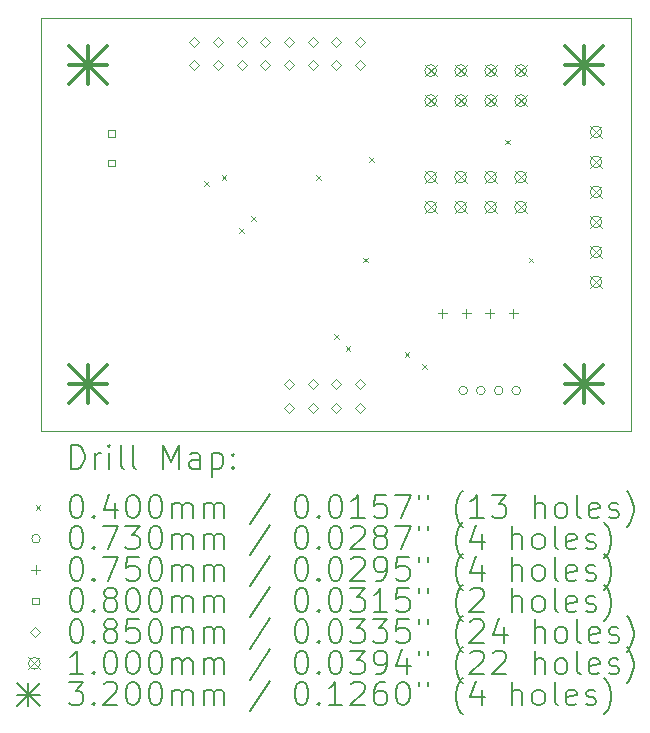
<source format=gbr>
%TF.GenerationSoftware,KiCad,Pcbnew,7.0.6*%
%TF.CreationDate,2023-08-24T17:15:42-04:00*%
%TF.ProjectId,mcumod-carrier-breakout,6d63756d-6f64-42d6-9361-72726965722d,rev?*%
%TF.SameCoordinates,Original*%
%TF.FileFunction,Drillmap*%
%TF.FilePolarity,Positive*%
%FSLAX45Y45*%
G04 Gerber Fmt 4.5, Leading zero omitted, Abs format (unit mm)*
G04 Created by KiCad (PCBNEW 7.0.6) date 2023-08-24 17:15:42*
%MOMM*%
%LPD*%
G01*
G04 APERTURE LIST*
%ADD10C,0.100000*%
%ADD11C,0.200000*%
%ADD12C,0.040000*%
%ADD13C,0.073000*%
%ADD14C,0.075000*%
%ADD15C,0.080000*%
%ADD16C,0.085000*%
%ADD17C,0.320000*%
G04 APERTURE END LIST*
D10*
X9000000Y-5000000D02*
X14000000Y-5000000D01*
X14000000Y-8500000D01*
X9000000Y-8500000D01*
X9000000Y-5000000D01*
D11*
D12*
X10380000Y-6380000D02*
X10420000Y-6420000D01*
X10420000Y-6380000D02*
X10380000Y-6420000D01*
X10530000Y-6330000D02*
X10570000Y-6370000D01*
X10570000Y-6330000D02*
X10530000Y-6370000D01*
X10680000Y-6780000D02*
X10720000Y-6820000D01*
X10720000Y-6780000D02*
X10680000Y-6820000D01*
X10780000Y-6680000D02*
X10820000Y-6720000D01*
X10820000Y-6680000D02*
X10780000Y-6720000D01*
X11330000Y-6330000D02*
X11370000Y-6370000D01*
X11370000Y-6330000D02*
X11330000Y-6370000D01*
X11480000Y-7680000D02*
X11520000Y-7720000D01*
X11520000Y-7680000D02*
X11480000Y-7720000D01*
X11580000Y-7780000D02*
X11620000Y-7820000D01*
X11620000Y-7780000D02*
X11580000Y-7820000D01*
X11730000Y-7030000D02*
X11770000Y-7070000D01*
X11770000Y-7030000D02*
X11730000Y-7070000D01*
X11780000Y-6180000D02*
X11820000Y-6220000D01*
X11820000Y-6180000D02*
X11780000Y-6220000D01*
X12080000Y-7830000D02*
X12120000Y-7870000D01*
X12120000Y-7830000D02*
X12080000Y-7870000D01*
X12230000Y-7930000D02*
X12270000Y-7970000D01*
X12270000Y-7930000D02*
X12230000Y-7970000D01*
X12930000Y-6030000D02*
X12970000Y-6070000D01*
X12970000Y-6030000D02*
X12930000Y-6070000D01*
X13130000Y-7030000D02*
X13170000Y-7070000D01*
X13170000Y-7030000D02*
X13130000Y-7070000D01*
D13*
X12611500Y-8155000D02*
G75*
G03*
X12611500Y-8155000I-36500J0D01*
G01*
X12761500Y-8155000D02*
G75*
G03*
X12761500Y-8155000I-36500J0D01*
G01*
X12911500Y-8155000D02*
G75*
G03*
X12911500Y-8155000I-36500J0D01*
G01*
X13061500Y-8155000D02*
G75*
G03*
X13061500Y-8155000I-36500J0D01*
G01*
D14*
X12400000Y-7462500D02*
X12400000Y-7537500D01*
X12362500Y-7500000D02*
X12437500Y-7500000D01*
X12600000Y-7462500D02*
X12600000Y-7537500D01*
X12562500Y-7500000D02*
X12637500Y-7500000D01*
X12800000Y-7462500D02*
X12800000Y-7537500D01*
X12762500Y-7500000D02*
X12837500Y-7500000D01*
X13000000Y-7462500D02*
X13000000Y-7537500D01*
X12962500Y-7500000D02*
X13037500Y-7500000D01*
D15*
X9628285Y-6007773D02*
X9628285Y-5951204D01*
X9571716Y-5951204D01*
X9571716Y-6007773D01*
X9628285Y-6007773D01*
X9628285Y-6257773D02*
X9628285Y-6201204D01*
X9571716Y-6201204D01*
X9571716Y-6257773D01*
X9628285Y-6257773D01*
D16*
X10300000Y-5242500D02*
X10342500Y-5200000D01*
X10300000Y-5157500D01*
X10257500Y-5200000D01*
X10300000Y-5242500D01*
X10300000Y-5442500D02*
X10342500Y-5400000D01*
X10300000Y-5357500D01*
X10257500Y-5400000D01*
X10300000Y-5442500D01*
X10500000Y-5242500D02*
X10542500Y-5200000D01*
X10500000Y-5157500D01*
X10457500Y-5200000D01*
X10500000Y-5242500D01*
X10500000Y-5442500D02*
X10542500Y-5400000D01*
X10500000Y-5357500D01*
X10457500Y-5400000D01*
X10500000Y-5442500D01*
X10700000Y-5242500D02*
X10742500Y-5200000D01*
X10700000Y-5157500D01*
X10657500Y-5200000D01*
X10700000Y-5242500D01*
X10700000Y-5442500D02*
X10742500Y-5400000D01*
X10700000Y-5357500D01*
X10657500Y-5400000D01*
X10700000Y-5442500D01*
X10900000Y-5242500D02*
X10942500Y-5200000D01*
X10900000Y-5157500D01*
X10857500Y-5200000D01*
X10900000Y-5242500D01*
X10900000Y-5442500D02*
X10942500Y-5400000D01*
X10900000Y-5357500D01*
X10857500Y-5400000D01*
X10900000Y-5442500D01*
X11100000Y-5242500D02*
X11142500Y-5200000D01*
X11100000Y-5157500D01*
X11057500Y-5200000D01*
X11100000Y-5242500D01*
X11100000Y-5442500D02*
X11142500Y-5400000D01*
X11100000Y-5357500D01*
X11057500Y-5400000D01*
X11100000Y-5442500D01*
X11100000Y-8142500D02*
X11142500Y-8100000D01*
X11100000Y-8057500D01*
X11057500Y-8100000D01*
X11100000Y-8142500D01*
X11100000Y-8342500D02*
X11142500Y-8300000D01*
X11100000Y-8257500D01*
X11057500Y-8300000D01*
X11100000Y-8342500D01*
X11300000Y-5242500D02*
X11342500Y-5200000D01*
X11300000Y-5157500D01*
X11257500Y-5200000D01*
X11300000Y-5242500D01*
X11300000Y-5442500D02*
X11342500Y-5400000D01*
X11300000Y-5357500D01*
X11257500Y-5400000D01*
X11300000Y-5442500D01*
X11300000Y-8142500D02*
X11342500Y-8100000D01*
X11300000Y-8057500D01*
X11257500Y-8100000D01*
X11300000Y-8142500D01*
X11300000Y-8342500D02*
X11342500Y-8300000D01*
X11300000Y-8257500D01*
X11257500Y-8300000D01*
X11300000Y-8342500D01*
X11500000Y-5242500D02*
X11542500Y-5200000D01*
X11500000Y-5157500D01*
X11457500Y-5200000D01*
X11500000Y-5242500D01*
X11500000Y-5442500D02*
X11542500Y-5400000D01*
X11500000Y-5357500D01*
X11457500Y-5400000D01*
X11500000Y-5442500D01*
X11500000Y-8142500D02*
X11542500Y-8100000D01*
X11500000Y-8057500D01*
X11457500Y-8100000D01*
X11500000Y-8142500D01*
X11500000Y-8342500D02*
X11542500Y-8300000D01*
X11500000Y-8257500D01*
X11457500Y-8300000D01*
X11500000Y-8342500D01*
X11700000Y-5242500D02*
X11742500Y-5200000D01*
X11700000Y-5157500D01*
X11657500Y-5200000D01*
X11700000Y-5242500D01*
X11700000Y-5442500D02*
X11742500Y-5400000D01*
X11700000Y-5357500D01*
X11657500Y-5400000D01*
X11700000Y-5442500D01*
X11700000Y-8142500D02*
X11742500Y-8100000D01*
X11700000Y-8057500D01*
X11657500Y-8100000D01*
X11700000Y-8142500D01*
X11700000Y-8342500D02*
X11742500Y-8300000D01*
X11700000Y-8257500D01*
X11657500Y-8300000D01*
X11700000Y-8342500D01*
D10*
X12250000Y-5396000D02*
X12350000Y-5496000D01*
X12350000Y-5396000D02*
X12250000Y-5496000D01*
X12350000Y-5446000D02*
G75*
G03*
X12350000Y-5446000I-50000J0D01*
G01*
X12250000Y-5650000D02*
X12350000Y-5750000D01*
X12350000Y-5650000D02*
X12250000Y-5750000D01*
X12350000Y-5700000D02*
G75*
G03*
X12350000Y-5700000I-50000J0D01*
G01*
X12250000Y-6296000D02*
X12350000Y-6396000D01*
X12350000Y-6296000D02*
X12250000Y-6396000D01*
X12350000Y-6346000D02*
G75*
G03*
X12350000Y-6346000I-50000J0D01*
G01*
X12250000Y-6550000D02*
X12350000Y-6650000D01*
X12350000Y-6550000D02*
X12250000Y-6650000D01*
X12350000Y-6600000D02*
G75*
G03*
X12350000Y-6600000I-50000J0D01*
G01*
X12504000Y-5396000D02*
X12604000Y-5496000D01*
X12604000Y-5396000D02*
X12504000Y-5496000D01*
X12604000Y-5446000D02*
G75*
G03*
X12604000Y-5446000I-50000J0D01*
G01*
X12504000Y-5650000D02*
X12604000Y-5750000D01*
X12604000Y-5650000D02*
X12504000Y-5750000D01*
X12604000Y-5700000D02*
G75*
G03*
X12604000Y-5700000I-50000J0D01*
G01*
X12504000Y-6296000D02*
X12604000Y-6396000D01*
X12604000Y-6296000D02*
X12504000Y-6396000D01*
X12604000Y-6346000D02*
G75*
G03*
X12604000Y-6346000I-50000J0D01*
G01*
X12504000Y-6550000D02*
X12604000Y-6650000D01*
X12604000Y-6550000D02*
X12504000Y-6650000D01*
X12604000Y-6600000D02*
G75*
G03*
X12604000Y-6600000I-50000J0D01*
G01*
X12758000Y-5396000D02*
X12858000Y-5496000D01*
X12858000Y-5396000D02*
X12758000Y-5496000D01*
X12858000Y-5446000D02*
G75*
G03*
X12858000Y-5446000I-50000J0D01*
G01*
X12758000Y-5650000D02*
X12858000Y-5750000D01*
X12858000Y-5650000D02*
X12758000Y-5750000D01*
X12858000Y-5700000D02*
G75*
G03*
X12858000Y-5700000I-50000J0D01*
G01*
X12758000Y-6296000D02*
X12858000Y-6396000D01*
X12858000Y-6296000D02*
X12758000Y-6396000D01*
X12858000Y-6346000D02*
G75*
G03*
X12858000Y-6346000I-50000J0D01*
G01*
X12758000Y-6550000D02*
X12858000Y-6650000D01*
X12858000Y-6550000D02*
X12758000Y-6650000D01*
X12858000Y-6600000D02*
G75*
G03*
X12858000Y-6600000I-50000J0D01*
G01*
X13012000Y-5396000D02*
X13112000Y-5496000D01*
X13112000Y-5396000D02*
X13012000Y-5496000D01*
X13112000Y-5446000D02*
G75*
G03*
X13112000Y-5446000I-50000J0D01*
G01*
X13012000Y-5650000D02*
X13112000Y-5750000D01*
X13112000Y-5650000D02*
X13012000Y-5750000D01*
X13112000Y-5700000D02*
G75*
G03*
X13112000Y-5700000I-50000J0D01*
G01*
X13012000Y-6296000D02*
X13112000Y-6396000D01*
X13112000Y-6296000D02*
X13012000Y-6396000D01*
X13112000Y-6346000D02*
G75*
G03*
X13112000Y-6346000I-50000J0D01*
G01*
X13012000Y-6550000D02*
X13112000Y-6650000D01*
X13112000Y-6550000D02*
X13012000Y-6650000D01*
X13112000Y-6600000D02*
G75*
G03*
X13112000Y-6600000I-50000J0D01*
G01*
X13650000Y-5915000D02*
X13750000Y-6015000D01*
X13750000Y-5915000D02*
X13650000Y-6015000D01*
X13750000Y-5965000D02*
G75*
G03*
X13750000Y-5965000I-50000J0D01*
G01*
X13650000Y-6169000D02*
X13750000Y-6269000D01*
X13750000Y-6169000D02*
X13650000Y-6269000D01*
X13750000Y-6219000D02*
G75*
G03*
X13750000Y-6219000I-50000J0D01*
G01*
X13650000Y-6423000D02*
X13750000Y-6523000D01*
X13750000Y-6423000D02*
X13650000Y-6523000D01*
X13750000Y-6473000D02*
G75*
G03*
X13750000Y-6473000I-50000J0D01*
G01*
X13650000Y-6677000D02*
X13750000Y-6777000D01*
X13750000Y-6677000D02*
X13650000Y-6777000D01*
X13750000Y-6727000D02*
G75*
G03*
X13750000Y-6727000I-50000J0D01*
G01*
X13650000Y-6931000D02*
X13750000Y-7031000D01*
X13750000Y-6931000D02*
X13650000Y-7031000D01*
X13750000Y-6981000D02*
G75*
G03*
X13750000Y-6981000I-50000J0D01*
G01*
X13650000Y-7185000D02*
X13750000Y-7285000D01*
X13750000Y-7185000D02*
X13650000Y-7285000D01*
X13750000Y-7235000D02*
G75*
G03*
X13750000Y-7235000I-50000J0D01*
G01*
D17*
X9240000Y-5240000D02*
X9560000Y-5560000D01*
X9560000Y-5240000D02*
X9240000Y-5560000D01*
X9400000Y-5240000D02*
X9400000Y-5560000D01*
X9240000Y-5400000D02*
X9560000Y-5400000D01*
X9240000Y-7940000D02*
X9560000Y-8260000D01*
X9560000Y-7940000D02*
X9240000Y-8260000D01*
X9400000Y-7940000D02*
X9400000Y-8260000D01*
X9240000Y-8100000D02*
X9560000Y-8100000D01*
X13440000Y-5240000D02*
X13760000Y-5560000D01*
X13760000Y-5240000D02*
X13440000Y-5560000D01*
X13600000Y-5240000D02*
X13600000Y-5560000D01*
X13440000Y-5400000D02*
X13760000Y-5400000D01*
X13440000Y-7940000D02*
X13760000Y-8260000D01*
X13760000Y-7940000D02*
X13440000Y-8260000D01*
X13600000Y-7940000D02*
X13600000Y-8260000D01*
X13440000Y-8100000D02*
X13760000Y-8100000D01*
D11*
X9255777Y-8816484D02*
X9255777Y-8616484D01*
X9255777Y-8616484D02*
X9303396Y-8616484D01*
X9303396Y-8616484D02*
X9331967Y-8626008D01*
X9331967Y-8626008D02*
X9351015Y-8645055D01*
X9351015Y-8645055D02*
X9360539Y-8664103D01*
X9360539Y-8664103D02*
X9370063Y-8702198D01*
X9370063Y-8702198D02*
X9370063Y-8730770D01*
X9370063Y-8730770D02*
X9360539Y-8768865D01*
X9360539Y-8768865D02*
X9351015Y-8787912D01*
X9351015Y-8787912D02*
X9331967Y-8806960D01*
X9331967Y-8806960D02*
X9303396Y-8816484D01*
X9303396Y-8816484D02*
X9255777Y-8816484D01*
X9455777Y-8816484D02*
X9455777Y-8683150D01*
X9455777Y-8721246D02*
X9465301Y-8702198D01*
X9465301Y-8702198D02*
X9474824Y-8692674D01*
X9474824Y-8692674D02*
X9493872Y-8683150D01*
X9493872Y-8683150D02*
X9512920Y-8683150D01*
X9579586Y-8816484D02*
X9579586Y-8683150D01*
X9579586Y-8616484D02*
X9570063Y-8626008D01*
X9570063Y-8626008D02*
X9579586Y-8635531D01*
X9579586Y-8635531D02*
X9589110Y-8626008D01*
X9589110Y-8626008D02*
X9579586Y-8616484D01*
X9579586Y-8616484D02*
X9579586Y-8635531D01*
X9703396Y-8816484D02*
X9684348Y-8806960D01*
X9684348Y-8806960D02*
X9674824Y-8787912D01*
X9674824Y-8787912D02*
X9674824Y-8616484D01*
X9808158Y-8816484D02*
X9789110Y-8806960D01*
X9789110Y-8806960D02*
X9779586Y-8787912D01*
X9779586Y-8787912D02*
X9779586Y-8616484D01*
X10036729Y-8816484D02*
X10036729Y-8616484D01*
X10036729Y-8616484D02*
X10103396Y-8759341D01*
X10103396Y-8759341D02*
X10170063Y-8616484D01*
X10170063Y-8616484D02*
X10170063Y-8816484D01*
X10351015Y-8816484D02*
X10351015Y-8711722D01*
X10351015Y-8711722D02*
X10341491Y-8692674D01*
X10341491Y-8692674D02*
X10322444Y-8683150D01*
X10322444Y-8683150D02*
X10284348Y-8683150D01*
X10284348Y-8683150D02*
X10265301Y-8692674D01*
X10351015Y-8806960D02*
X10331967Y-8816484D01*
X10331967Y-8816484D02*
X10284348Y-8816484D01*
X10284348Y-8816484D02*
X10265301Y-8806960D01*
X10265301Y-8806960D02*
X10255777Y-8787912D01*
X10255777Y-8787912D02*
X10255777Y-8768865D01*
X10255777Y-8768865D02*
X10265301Y-8749817D01*
X10265301Y-8749817D02*
X10284348Y-8740293D01*
X10284348Y-8740293D02*
X10331967Y-8740293D01*
X10331967Y-8740293D02*
X10351015Y-8730770D01*
X10446253Y-8683150D02*
X10446253Y-8883150D01*
X10446253Y-8692674D02*
X10465301Y-8683150D01*
X10465301Y-8683150D02*
X10503396Y-8683150D01*
X10503396Y-8683150D02*
X10522444Y-8692674D01*
X10522444Y-8692674D02*
X10531967Y-8702198D01*
X10531967Y-8702198D02*
X10541491Y-8721246D01*
X10541491Y-8721246D02*
X10541491Y-8778389D01*
X10541491Y-8778389D02*
X10531967Y-8797436D01*
X10531967Y-8797436D02*
X10522444Y-8806960D01*
X10522444Y-8806960D02*
X10503396Y-8816484D01*
X10503396Y-8816484D02*
X10465301Y-8816484D01*
X10465301Y-8816484D02*
X10446253Y-8806960D01*
X10627205Y-8797436D02*
X10636729Y-8806960D01*
X10636729Y-8806960D02*
X10627205Y-8816484D01*
X10627205Y-8816484D02*
X10617682Y-8806960D01*
X10617682Y-8806960D02*
X10627205Y-8797436D01*
X10627205Y-8797436D02*
X10627205Y-8816484D01*
X10627205Y-8692674D02*
X10636729Y-8702198D01*
X10636729Y-8702198D02*
X10627205Y-8711722D01*
X10627205Y-8711722D02*
X10617682Y-8702198D01*
X10617682Y-8702198D02*
X10627205Y-8692674D01*
X10627205Y-8692674D02*
X10627205Y-8711722D01*
D12*
X8955000Y-9125000D02*
X8995000Y-9165000D01*
X8995000Y-9125000D02*
X8955000Y-9165000D01*
D11*
X9293872Y-9036484D02*
X9312920Y-9036484D01*
X9312920Y-9036484D02*
X9331967Y-9046008D01*
X9331967Y-9046008D02*
X9341491Y-9055531D01*
X9341491Y-9055531D02*
X9351015Y-9074579D01*
X9351015Y-9074579D02*
X9360539Y-9112674D01*
X9360539Y-9112674D02*
X9360539Y-9160293D01*
X9360539Y-9160293D02*
X9351015Y-9198389D01*
X9351015Y-9198389D02*
X9341491Y-9217436D01*
X9341491Y-9217436D02*
X9331967Y-9226960D01*
X9331967Y-9226960D02*
X9312920Y-9236484D01*
X9312920Y-9236484D02*
X9293872Y-9236484D01*
X9293872Y-9236484D02*
X9274824Y-9226960D01*
X9274824Y-9226960D02*
X9265301Y-9217436D01*
X9265301Y-9217436D02*
X9255777Y-9198389D01*
X9255777Y-9198389D02*
X9246253Y-9160293D01*
X9246253Y-9160293D02*
X9246253Y-9112674D01*
X9246253Y-9112674D02*
X9255777Y-9074579D01*
X9255777Y-9074579D02*
X9265301Y-9055531D01*
X9265301Y-9055531D02*
X9274824Y-9046008D01*
X9274824Y-9046008D02*
X9293872Y-9036484D01*
X9446253Y-9217436D02*
X9455777Y-9226960D01*
X9455777Y-9226960D02*
X9446253Y-9236484D01*
X9446253Y-9236484D02*
X9436729Y-9226960D01*
X9436729Y-9226960D02*
X9446253Y-9217436D01*
X9446253Y-9217436D02*
X9446253Y-9236484D01*
X9627205Y-9103150D02*
X9627205Y-9236484D01*
X9579586Y-9026960D02*
X9531967Y-9169817D01*
X9531967Y-9169817D02*
X9655777Y-9169817D01*
X9770063Y-9036484D02*
X9789110Y-9036484D01*
X9789110Y-9036484D02*
X9808158Y-9046008D01*
X9808158Y-9046008D02*
X9817682Y-9055531D01*
X9817682Y-9055531D02*
X9827205Y-9074579D01*
X9827205Y-9074579D02*
X9836729Y-9112674D01*
X9836729Y-9112674D02*
X9836729Y-9160293D01*
X9836729Y-9160293D02*
X9827205Y-9198389D01*
X9827205Y-9198389D02*
X9817682Y-9217436D01*
X9817682Y-9217436D02*
X9808158Y-9226960D01*
X9808158Y-9226960D02*
X9789110Y-9236484D01*
X9789110Y-9236484D02*
X9770063Y-9236484D01*
X9770063Y-9236484D02*
X9751015Y-9226960D01*
X9751015Y-9226960D02*
X9741491Y-9217436D01*
X9741491Y-9217436D02*
X9731967Y-9198389D01*
X9731967Y-9198389D02*
X9722444Y-9160293D01*
X9722444Y-9160293D02*
X9722444Y-9112674D01*
X9722444Y-9112674D02*
X9731967Y-9074579D01*
X9731967Y-9074579D02*
X9741491Y-9055531D01*
X9741491Y-9055531D02*
X9751015Y-9046008D01*
X9751015Y-9046008D02*
X9770063Y-9036484D01*
X9960539Y-9036484D02*
X9979586Y-9036484D01*
X9979586Y-9036484D02*
X9998634Y-9046008D01*
X9998634Y-9046008D02*
X10008158Y-9055531D01*
X10008158Y-9055531D02*
X10017682Y-9074579D01*
X10017682Y-9074579D02*
X10027205Y-9112674D01*
X10027205Y-9112674D02*
X10027205Y-9160293D01*
X10027205Y-9160293D02*
X10017682Y-9198389D01*
X10017682Y-9198389D02*
X10008158Y-9217436D01*
X10008158Y-9217436D02*
X9998634Y-9226960D01*
X9998634Y-9226960D02*
X9979586Y-9236484D01*
X9979586Y-9236484D02*
X9960539Y-9236484D01*
X9960539Y-9236484D02*
X9941491Y-9226960D01*
X9941491Y-9226960D02*
X9931967Y-9217436D01*
X9931967Y-9217436D02*
X9922444Y-9198389D01*
X9922444Y-9198389D02*
X9912920Y-9160293D01*
X9912920Y-9160293D02*
X9912920Y-9112674D01*
X9912920Y-9112674D02*
X9922444Y-9074579D01*
X9922444Y-9074579D02*
X9931967Y-9055531D01*
X9931967Y-9055531D02*
X9941491Y-9046008D01*
X9941491Y-9046008D02*
X9960539Y-9036484D01*
X10112920Y-9236484D02*
X10112920Y-9103150D01*
X10112920Y-9122198D02*
X10122444Y-9112674D01*
X10122444Y-9112674D02*
X10141491Y-9103150D01*
X10141491Y-9103150D02*
X10170063Y-9103150D01*
X10170063Y-9103150D02*
X10189110Y-9112674D01*
X10189110Y-9112674D02*
X10198634Y-9131722D01*
X10198634Y-9131722D02*
X10198634Y-9236484D01*
X10198634Y-9131722D02*
X10208158Y-9112674D01*
X10208158Y-9112674D02*
X10227205Y-9103150D01*
X10227205Y-9103150D02*
X10255777Y-9103150D01*
X10255777Y-9103150D02*
X10274825Y-9112674D01*
X10274825Y-9112674D02*
X10284348Y-9131722D01*
X10284348Y-9131722D02*
X10284348Y-9236484D01*
X10379586Y-9236484D02*
X10379586Y-9103150D01*
X10379586Y-9122198D02*
X10389110Y-9112674D01*
X10389110Y-9112674D02*
X10408158Y-9103150D01*
X10408158Y-9103150D02*
X10436729Y-9103150D01*
X10436729Y-9103150D02*
X10455777Y-9112674D01*
X10455777Y-9112674D02*
X10465301Y-9131722D01*
X10465301Y-9131722D02*
X10465301Y-9236484D01*
X10465301Y-9131722D02*
X10474825Y-9112674D01*
X10474825Y-9112674D02*
X10493872Y-9103150D01*
X10493872Y-9103150D02*
X10522444Y-9103150D01*
X10522444Y-9103150D02*
X10541491Y-9112674D01*
X10541491Y-9112674D02*
X10551015Y-9131722D01*
X10551015Y-9131722D02*
X10551015Y-9236484D01*
X10941491Y-9026960D02*
X10770063Y-9284103D01*
X11198634Y-9036484D02*
X11217682Y-9036484D01*
X11217682Y-9036484D02*
X11236729Y-9046008D01*
X11236729Y-9046008D02*
X11246253Y-9055531D01*
X11246253Y-9055531D02*
X11255777Y-9074579D01*
X11255777Y-9074579D02*
X11265301Y-9112674D01*
X11265301Y-9112674D02*
X11265301Y-9160293D01*
X11265301Y-9160293D02*
X11255777Y-9198389D01*
X11255777Y-9198389D02*
X11246253Y-9217436D01*
X11246253Y-9217436D02*
X11236729Y-9226960D01*
X11236729Y-9226960D02*
X11217682Y-9236484D01*
X11217682Y-9236484D02*
X11198634Y-9236484D01*
X11198634Y-9236484D02*
X11179587Y-9226960D01*
X11179587Y-9226960D02*
X11170063Y-9217436D01*
X11170063Y-9217436D02*
X11160539Y-9198389D01*
X11160539Y-9198389D02*
X11151015Y-9160293D01*
X11151015Y-9160293D02*
X11151015Y-9112674D01*
X11151015Y-9112674D02*
X11160539Y-9074579D01*
X11160539Y-9074579D02*
X11170063Y-9055531D01*
X11170063Y-9055531D02*
X11179587Y-9046008D01*
X11179587Y-9046008D02*
X11198634Y-9036484D01*
X11351015Y-9217436D02*
X11360539Y-9226960D01*
X11360539Y-9226960D02*
X11351015Y-9236484D01*
X11351015Y-9236484D02*
X11341491Y-9226960D01*
X11341491Y-9226960D02*
X11351015Y-9217436D01*
X11351015Y-9217436D02*
X11351015Y-9236484D01*
X11484348Y-9036484D02*
X11503396Y-9036484D01*
X11503396Y-9036484D02*
X11522444Y-9046008D01*
X11522444Y-9046008D02*
X11531967Y-9055531D01*
X11531967Y-9055531D02*
X11541491Y-9074579D01*
X11541491Y-9074579D02*
X11551015Y-9112674D01*
X11551015Y-9112674D02*
X11551015Y-9160293D01*
X11551015Y-9160293D02*
X11541491Y-9198389D01*
X11541491Y-9198389D02*
X11531967Y-9217436D01*
X11531967Y-9217436D02*
X11522444Y-9226960D01*
X11522444Y-9226960D02*
X11503396Y-9236484D01*
X11503396Y-9236484D02*
X11484348Y-9236484D01*
X11484348Y-9236484D02*
X11465301Y-9226960D01*
X11465301Y-9226960D02*
X11455777Y-9217436D01*
X11455777Y-9217436D02*
X11446253Y-9198389D01*
X11446253Y-9198389D02*
X11436729Y-9160293D01*
X11436729Y-9160293D02*
X11436729Y-9112674D01*
X11436729Y-9112674D02*
X11446253Y-9074579D01*
X11446253Y-9074579D02*
X11455777Y-9055531D01*
X11455777Y-9055531D02*
X11465301Y-9046008D01*
X11465301Y-9046008D02*
X11484348Y-9036484D01*
X11741491Y-9236484D02*
X11627206Y-9236484D01*
X11684348Y-9236484D02*
X11684348Y-9036484D01*
X11684348Y-9036484D02*
X11665301Y-9065055D01*
X11665301Y-9065055D02*
X11646253Y-9084103D01*
X11646253Y-9084103D02*
X11627206Y-9093627D01*
X11922444Y-9036484D02*
X11827206Y-9036484D01*
X11827206Y-9036484D02*
X11817682Y-9131722D01*
X11817682Y-9131722D02*
X11827206Y-9122198D01*
X11827206Y-9122198D02*
X11846253Y-9112674D01*
X11846253Y-9112674D02*
X11893872Y-9112674D01*
X11893872Y-9112674D02*
X11912920Y-9122198D01*
X11912920Y-9122198D02*
X11922444Y-9131722D01*
X11922444Y-9131722D02*
X11931967Y-9150770D01*
X11931967Y-9150770D02*
X11931967Y-9198389D01*
X11931967Y-9198389D02*
X11922444Y-9217436D01*
X11922444Y-9217436D02*
X11912920Y-9226960D01*
X11912920Y-9226960D02*
X11893872Y-9236484D01*
X11893872Y-9236484D02*
X11846253Y-9236484D01*
X11846253Y-9236484D02*
X11827206Y-9226960D01*
X11827206Y-9226960D02*
X11817682Y-9217436D01*
X11998634Y-9036484D02*
X12131967Y-9036484D01*
X12131967Y-9036484D02*
X12046253Y-9236484D01*
X12198634Y-9036484D02*
X12198634Y-9074579D01*
X12274825Y-9036484D02*
X12274825Y-9074579D01*
X12570063Y-9312674D02*
X12560539Y-9303150D01*
X12560539Y-9303150D02*
X12541491Y-9274579D01*
X12541491Y-9274579D02*
X12531968Y-9255531D01*
X12531968Y-9255531D02*
X12522444Y-9226960D01*
X12522444Y-9226960D02*
X12512920Y-9179341D01*
X12512920Y-9179341D02*
X12512920Y-9141246D01*
X12512920Y-9141246D02*
X12522444Y-9093627D01*
X12522444Y-9093627D02*
X12531968Y-9065055D01*
X12531968Y-9065055D02*
X12541491Y-9046008D01*
X12541491Y-9046008D02*
X12560539Y-9017436D01*
X12560539Y-9017436D02*
X12570063Y-9007912D01*
X12751015Y-9236484D02*
X12636729Y-9236484D01*
X12693872Y-9236484D02*
X12693872Y-9036484D01*
X12693872Y-9036484D02*
X12674825Y-9065055D01*
X12674825Y-9065055D02*
X12655777Y-9084103D01*
X12655777Y-9084103D02*
X12636729Y-9093627D01*
X12817682Y-9036484D02*
X12941491Y-9036484D01*
X12941491Y-9036484D02*
X12874825Y-9112674D01*
X12874825Y-9112674D02*
X12903396Y-9112674D01*
X12903396Y-9112674D02*
X12922444Y-9122198D01*
X12922444Y-9122198D02*
X12931968Y-9131722D01*
X12931968Y-9131722D02*
X12941491Y-9150770D01*
X12941491Y-9150770D02*
X12941491Y-9198389D01*
X12941491Y-9198389D02*
X12931968Y-9217436D01*
X12931968Y-9217436D02*
X12922444Y-9226960D01*
X12922444Y-9226960D02*
X12903396Y-9236484D01*
X12903396Y-9236484D02*
X12846253Y-9236484D01*
X12846253Y-9236484D02*
X12827206Y-9226960D01*
X12827206Y-9226960D02*
X12817682Y-9217436D01*
X13179587Y-9236484D02*
X13179587Y-9036484D01*
X13265301Y-9236484D02*
X13265301Y-9131722D01*
X13265301Y-9131722D02*
X13255777Y-9112674D01*
X13255777Y-9112674D02*
X13236730Y-9103150D01*
X13236730Y-9103150D02*
X13208158Y-9103150D01*
X13208158Y-9103150D02*
X13189110Y-9112674D01*
X13189110Y-9112674D02*
X13179587Y-9122198D01*
X13389110Y-9236484D02*
X13370063Y-9226960D01*
X13370063Y-9226960D02*
X13360539Y-9217436D01*
X13360539Y-9217436D02*
X13351015Y-9198389D01*
X13351015Y-9198389D02*
X13351015Y-9141246D01*
X13351015Y-9141246D02*
X13360539Y-9122198D01*
X13360539Y-9122198D02*
X13370063Y-9112674D01*
X13370063Y-9112674D02*
X13389110Y-9103150D01*
X13389110Y-9103150D02*
X13417682Y-9103150D01*
X13417682Y-9103150D02*
X13436730Y-9112674D01*
X13436730Y-9112674D02*
X13446253Y-9122198D01*
X13446253Y-9122198D02*
X13455777Y-9141246D01*
X13455777Y-9141246D02*
X13455777Y-9198389D01*
X13455777Y-9198389D02*
X13446253Y-9217436D01*
X13446253Y-9217436D02*
X13436730Y-9226960D01*
X13436730Y-9226960D02*
X13417682Y-9236484D01*
X13417682Y-9236484D02*
X13389110Y-9236484D01*
X13570063Y-9236484D02*
X13551015Y-9226960D01*
X13551015Y-9226960D02*
X13541491Y-9207912D01*
X13541491Y-9207912D02*
X13541491Y-9036484D01*
X13722444Y-9226960D02*
X13703396Y-9236484D01*
X13703396Y-9236484D02*
X13665301Y-9236484D01*
X13665301Y-9236484D02*
X13646253Y-9226960D01*
X13646253Y-9226960D02*
X13636730Y-9207912D01*
X13636730Y-9207912D02*
X13636730Y-9131722D01*
X13636730Y-9131722D02*
X13646253Y-9112674D01*
X13646253Y-9112674D02*
X13665301Y-9103150D01*
X13665301Y-9103150D02*
X13703396Y-9103150D01*
X13703396Y-9103150D02*
X13722444Y-9112674D01*
X13722444Y-9112674D02*
X13731968Y-9131722D01*
X13731968Y-9131722D02*
X13731968Y-9150770D01*
X13731968Y-9150770D02*
X13636730Y-9169817D01*
X13808158Y-9226960D02*
X13827206Y-9236484D01*
X13827206Y-9236484D02*
X13865301Y-9236484D01*
X13865301Y-9236484D02*
X13884349Y-9226960D01*
X13884349Y-9226960D02*
X13893872Y-9207912D01*
X13893872Y-9207912D02*
X13893872Y-9198389D01*
X13893872Y-9198389D02*
X13884349Y-9179341D01*
X13884349Y-9179341D02*
X13865301Y-9169817D01*
X13865301Y-9169817D02*
X13836730Y-9169817D01*
X13836730Y-9169817D02*
X13817682Y-9160293D01*
X13817682Y-9160293D02*
X13808158Y-9141246D01*
X13808158Y-9141246D02*
X13808158Y-9131722D01*
X13808158Y-9131722D02*
X13817682Y-9112674D01*
X13817682Y-9112674D02*
X13836730Y-9103150D01*
X13836730Y-9103150D02*
X13865301Y-9103150D01*
X13865301Y-9103150D02*
X13884349Y-9112674D01*
X13960539Y-9312674D02*
X13970063Y-9303150D01*
X13970063Y-9303150D02*
X13989111Y-9274579D01*
X13989111Y-9274579D02*
X13998634Y-9255531D01*
X13998634Y-9255531D02*
X14008158Y-9226960D01*
X14008158Y-9226960D02*
X14017682Y-9179341D01*
X14017682Y-9179341D02*
X14017682Y-9141246D01*
X14017682Y-9141246D02*
X14008158Y-9093627D01*
X14008158Y-9093627D02*
X13998634Y-9065055D01*
X13998634Y-9065055D02*
X13989111Y-9046008D01*
X13989111Y-9046008D02*
X13970063Y-9017436D01*
X13970063Y-9017436D02*
X13960539Y-9007912D01*
D13*
X8995000Y-9409000D02*
G75*
G03*
X8995000Y-9409000I-36500J0D01*
G01*
D11*
X9293872Y-9300484D02*
X9312920Y-9300484D01*
X9312920Y-9300484D02*
X9331967Y-9310008D01*
X9331967Y-9310008D02*
X9341491Y-9319531D01*
X9341491Y-9319531D02*
X9351015Y-9338579D01*
X9351015Y-9338579D02*
X9360539Y-9376674D01*
X9360539Y-9376674D02*
X9360539Y-9424293D01*
X9360539Y-9424293D02*
X9351015Y-9462389D01*
X9351015Y-9462389D02*
X9341491Y-9481436D01*
X9341491Y-9481436D02*
X9331967Y-9490960D01*
X9331967Y-9490960D02*
X9312920Y-9500484D01*
X9312920Y-9500484D02*
X9293872Y-9500484D01*
X9293872Y-9500484D02*
X9274824Y-9490960D01*
X9274824Y-9490960D02*
X9265301Y-9481436D01*
X9265301Y-9481436D02*
X9255777Y-9462389D01*
X9255777Y-9462389D02*
X9246253Y-9424293D01*
X9246253Y-9424293D02*
X9246253Y-9376674D01*
X9246253Y-9376674D02*
X9255777Y-9338579D01*
X9255777Y-9338579D02*
X9265301Y-9319531D01*
X9265301Y-9319531D02*
X9274824Y-9310008D01*
X9274824Y-9310008D02*
X9293872Y-9300484D01*
X9446253Y-9481436D02*
X9455777Y-9490960D01*
X9455777Y-9490960D02*
X9446253Y-9500484D01*
X9446253Y-9500484D02*
X9436729Y-9490960D01*
X9436729Y-9490960D02*
X9446253Y-9481436D01*
X9446253Y-9481436D02*
X9446253Y-9500484D01*
X9522444Y-9300484D02*
X9655777Y-9300484D01*
X9655777Y-9300484D02*
X9570063Y-9500484D01*
X9712920Y-9300484D02*
X9836729Y-9300484D01*
X9836729Y-9300484D02*
X9770063Y-9376674D01*
X9770063Y-9376674D02*
X9798634Y-9376674D01*
X9798634Y-9376674D02*
X9817682Y-9386198D01*
X9817682Y-9386198D02*
X9827205Y-9395722D01*
X9827205Y-9395722D02*
X9836729Y-9414770D01*
X9836729Y-9414770D02*
X9836729Y-9462389D01*
X9836729Y-9462389D02*
X9827205Y-9481436D01*
X9827205Y-9481436D02*
X9817682Y-9490960D01*
X9817682Y-9490960D02*
X9798634Y-9500484D01*
X9798634Y-9500484D02*
X9741491Y-9500484D01*
X9741491Y-9500484D02*
X9722444Y-9490960D01*
X9722444Y-9490960D02*
X9712920Y-9481436D01*
X9960539Y-9300484D02*
X9979586Y-9300484D01*
X9979586Y-9300484D02*
X9998634Y-9310008D01*
X9998634Y-9310008D02*
X10008158Y-9319531D01*
X10008158Y-9319531D02*
X10017682Y-9338579D01*
X10017682Y-9338579D02*
X10027205Y-9376674D01*
X10027205Y-9376674D02*
X10027205Y-9424293D01*
X10027205Y-9424293D02*
X10017682Y-9462389D01*
X10017682Y-9462389D02*
X10008158Y-9481436D01*
X10008158Y-9481436D02*
X9998634Y-9490960D01*
X9998634Y-9490960D02*
X9979586Y-9500484D01*
X9979586Y-9500484D02*
X9960539Y-9500484D01*
X9960539Y-9500484D02*
X9941491Y-9490960D01*
X9941491Y-9490960D02*
X9931967Y-9481436D01*
X9931967Y-9481436D02*
X9922444Y-9462389D01*
X9922444Y-9462389D02*
X9912920Y-9424293D01*
X9912920Y-9424293D02*
X9912920Y-9376674D01*
X9912920Y-9376674D02*
X9922444Y-9338579D01*
X9922444Y-9338579D02*
X9931967Y-9319531D01*
X9931967Y-9319531D02*
X9941491Y-9310008D01*
X9941491Y-9310008D02*
X9960539Y-9300484D01*
X10112920Y-9500484D02*
X10112920Y-9367150D01*
X10112920Y-9386198D02*
X10122444Y-9376674D01*
X10122444Y-9376674D02*
X10141491Y-9367150D01*
X10141491Y-9367150D02*
X10170063Y-9367150D01*
X10170063Y-9367150D02*
X10189110Y-9376674D01*
X10189110Y-9376674D02*
X10198634Y-9395722D01*
X10198634Y-9395722D02*
X10198634Y-9500484D01*
X10198634Y-9395722D02*
X10208158Y-9376674D01*
X10208158Y-9376674D02*
X10227205Y-9367150D01*
X10227205Y-9367150D02*
X10255777Y-9367150D01*
X10255777Y-9367150D02*
X10274825Y-9376674D01*
X10274825Y-9376674D02*
X10284348Y-9395722D01*
X10284348Y-9395722D02*
X10284348Y-9500484D01*
X10379586Y-9500484D02*
X10379586Y-9367150D01*
X10379586Y-9386198D02*
X10389110Y-9376674D01*
X10389110Y-9376674D02*
X10408158Y-9367150D01*
X10408158Y-9367150D02*
X10436729Y-9367150D01*
X10436729Y-9367150D02*
X10455777Y-9376674D01*
X10455777Y-9376674D02*
X10465301Y-9395722D01*
X10465301Y-9395722D02*
X10465301Y-9500484D01*
X10465301Y-9395722D02*
X10474825Y-9376674D01*
X10474825Y-9376674D02*
X10493872Y-9367150D01*
X10493872Y-9367150D02*
X10522444Y-9367150D01*
X10522444Y-9367150D02*
X10541491Y-9376674D01*
X10541491Y-9376674D02*
X10551015Y-9395722D01*
X10551015Y-9395722D02*
X10551015Y-9500484D01*
X10941491Y-9290960D02*
X10770063Y-9548103D01*
X11198634Y-9300484D02*
X11217682Y-9300484D01*
X11217682Y-9300484D02*
X11236729Y-9310008D01*
X11236729Y-9310008D02*
X11246253Y-9319531D01*
X11246253Y-9319531D02*
X11255777Y-9338579D01*
X11255777Y-9338579D02*
X11265301Y-9376674D01*
X11265301Y-9376674D02*
X11265301Y-9424293D01*
X11265301Y-9424293D02*
X11255777Y-9462389D01*
X11255777Y-9462389D02*
X11246253Y-9481436D01*
X11246253Y-9481436D02*
X11236729Y-9490960D01*
X11236729Y-9490960D02*
X11217682Y-9500484D01*
X11217682Y-9500484D02*
X11198634Y-9500484D01*
X11198634Y-9500484D02*
X11179587Y-9490960D01*
X11179587Y-9490960D02*
X11170063Y-9481436D01*
X11170063Y-9481436D02*
X11160539Y-9462389D01*
X11160539Y-9462389D02*
X11151015Y-9424293D01*
X11151015Y-9424293D02*
X11151015Y-9376674D01*
X11151015Y-9376674D02*
X11160539Y-9338579D01*
X11160539Y-9338579D02*
X11170063Y-9319531D01*
X11170063Y-9319531D02*
X11179587Y-9310008D01*
X11179587Y-9310008D02*
X11198634Y-9300484D01*
X11351015Y-9481436D02*
X11360539Y-9490960D01*
X11360539Y-9490960D02*
X11351015Y-9500484D01*
X11351015Y-9500484D02*
X11341491Y-9490960D01*
X11341491Y-9490960D02*
X11351015Y-9481436D01*
X11351015Y-9481436D02*
X11351015Y-9500484D01*
X11484348Y-9300484D02*
X11503396Y-9300484D01*
X11503396Y-9300484D02*
X11522444Y-9310008D01*
X11522444Y-9310008D02*
X11531967Y-9319531D01*
X11531967Y-9319531D02*
X11541491Y-9338579D01*
X11541491Y-9338579D02*
X11551015Y-9376674D01*
X11551015Y-9376674D02*
X11551015Y-9424293D01*
X11551015Y-9424293D02*
X11541491Y-9462389D01*
X11541491Y-9462389D02*
X11531967Y-9481436D01*
X11531967Y-9481436D02*
X11522444Y-9490960D01*
X11522444Y-9490960D02*
X11503396Y-9500484D01*
X11503396Y-9500484D02*
X11484348Y-9500484D01*
X11484348Y-9500484D02*
X11465301Y-9490960D01*
X11465301Y-9490960D02*
X11455777Y-9481436D01*
X11455777Y-9481436D02*
X11446253Y-9462389D01*
X11446253Y-9462389D02*
X11436729Y-9424293D01*
X11436729Y-9424293D02*
X11436729Y-9376674D01*
X11436729Y-9376674D02*
X11446253Y-9338579D01*
X11446253Y-9338579D02*
X11455777Y-9319531D01*
X11455777Y-9319531D02*
X11465301Y-9310008D01*
X11465301Y-9310008D02*
X11484348Y-9300484D01*
X11627206Y-9319531D02*
X11636729Y-9310008D01*
X11636729Y-9310008D02*
X11655777Y-9300484D01*
X11655777Y-9300484D02*
X11703396Y-9300484D01*
X11703396Y-9300484D02*
X11722444Y-9310008D01*
X11722444Y-9310008D02*
X11731967Y-9319531D01*
X11731967Y-9319531D02*
X11741491Y-9338579D01*
X11741491Y-9338579D02*
X11741491Y-9357627D01*
X11741491Y-9357627D02*
X11731967Y-9386198D01*
X11731967Y-9386198D02*
X11617682Y-9500484D01*
X11617682Y-9500484D02*
X11741491Y-9500484D01*
X11855777Y-9386198D02*
X11836729Y-9376674D01*
X11836729Y-9376674D02*
X11827206Y-9367150D01*
X11827206Y-9367150D02*
X11817682Y-9348103D01*
X11817682Y-9348103D02*
X11817682Y-9338579D01*
X11817682Y-9338579D02*
X11827206Y-9319531D01*
X11827206Y-9319531D02*
X11836729Y-9310008D01*
X11836729Y-9310008D02*
X11855777Y-9300484D01*
X11855777Y-9300484D02*
X11893872Y-9300484D01*
X11893872Y-9300484D02*
X11912920Y-9310008D01*
X11912920Y-9310008D02*
X11922444Y-9319531D01*
X11922444Y-9319531D02*
X11931967Y-9338579D01*
X11931967Y-9338579D02*
X11931967Y-9348103D01*
X11931967Y-9348103D02*
X11922444Y-9367150D01*
X11922444Y-9367150D02*
X11912920Y-9376674D01*
X11912920Y-9376674D02*
X11893872Y-9386198D01*
X11893872Y-9386198D02*
X11855777Y-9386198D01*
X11855777Y-9386198D02*
X11836729Y-9395722D01*
X11836729Y-9395722D02*
X11827206Y-9405246D01*
X11827206Y-9405246D02*
X11817682Y-9424293D01*
X11817682Y-9424293D02*
X11817682Y-9462389D01*
X11817682Y-9462389D02*
X11827206Y-9481436D01*
X11827206Y-9481436D02*
X11836729Y-9490960D01*
X11836729Y-9490960D02*
X11855777Y-9500484D01*
X11855777Y-9500484D02*
X11893872Y-9500484D01*
X11893872Y-9500484D02*
X11912920Y-9490960D01*
X11912920Y-9490960D02*
X11922444Y-9481436D01*
X11922444Y-9481436D02*
X11931967Y-9462389D01*
X11931967Y-9462389D02*
X11931967Y-9424293D01*
X11931967Y-9424293D02*
X11922444Y-9405246D01*
X11922444Y-9405246D02*
X11912920Y-9395722D01*
X11912920Y-9395722D02*
X11893872Y-9386198D01*
X11998634Y-9300484D02*
X12131967Y-9300484D01*
X12131967Y-9300484D02*
X12046253Y-9500484D01*
X12198634Y-9300484D02*
X12198634Y-9338579D01*
X12274825Y-9300484D02*
X12274825Y-9338579D01*
X12570063Y-9576674D02*
X12560539Y-9567150D01*
X12560539Y-9567150D02*
X12541491Y-9538579D01*
X12541491Y-9538579D02*
X12531968Y-9519531D01*
X12531968Y-9519531D02*
X12522444Y-9490960D01*
X12522444Y-9490960D02*
X12512920Y-9443341D01*
X12512920Y-9443341D02*
X12512920Y-9405246D01*
X12512920Y-9405246D02*
X12522444Y-9357627D01*
X12522444Y-9357627D02*
X12531968Y-9329055D01*
X12531968Y-9329055D02*
X12541491Y-9310008D01*
X12541491Y-9310008D02*
X12560539Y-9281436D01*
X12560539Y-9281436D02*
X12570063Y-9271912D01*
X12731968Y-9367150D02*
X12731968Y-9500484D01*
X12684348Y-9290960D02*
X12636729Y-9433817D01*
X12636729Y-9433817D02*
X12760539Y-9433817D01*
X12989110Y-9500484D02*
X12989110Y-9300484D01*
X13074825Y-9500484D02*
X13074825Y-9395722D01*
X13074825Y-9395722D02*
X13065301Y-9376674D01*
X13065301Y-9376674D02*
X13046253Y-9367150D01*
X13046253Y-9367150D02*
X13017682Y-9367150D01*
X13017682Y-9367150D02*
X12998634Y-9376674D01*
X12998634Y-9376674D02*
X12989110Y-9386198D01*
X13198634Y-9500484D02*
X13179587Y-9490960D01*
X13179587Y-9490960D02*
X13170063Y-9481436D01*
X13170063Y-9481436D02*
X13160539Y-9462389D01*
X13160539Y-9462389D02*
X13160539Y-9405246D01*
X13160539Y-9405246D02*
X13170063Y-9386198D01*
X13170063Y-9386198D02*
X13179587Y-9376674D01*
X13179587Y-9376674D02*
X13198634Y-9367150D01*
X13198634Y-9367150D02*
X13227206Y-9367150D01*
X13227206Y-9367150D02*
X13246253Y-9376674D01*
X13246253Y-9376674D02*
X13255777Y-9386198D01*
X13255777Y-9386198D02*
X13265301Y-9405246D01*
X13265301Y-9405246D02*
X13265301Y-9462389D01*
X13265301Y-9462389D02*
X13255777Y-9481436D01*
X13255777Y-9481436D02*
X13246253Y-9490960D01*
X13246253Y-9490960D02*
X13227206Y-9500484D01*
X13227206Y-9500484D02*
X13198634Y-9500484D01*
X13379587Y-9500484D02*
X13360539Y-9490960D01*
X13360539Y-9490960D02*
X13351015Y-9471912D01*
X13351015Y-9471912D02*
X13351015Y-9300484D01*
X13531968Y-9490960D02*
X13512920Y-9500484D01*
X13512920Y-9500484D02*
X13474825Y-9500484D01*
X13474825Y-9500484D02*
X13455777Y-9490960D01*
X13455777Y-9490960D02*
X13446253Y-9471912D01*
X13446253Y-9471912D02*
X13446253Y-9395722D01*
X13446253Y-9395722D02*
X13455777Y-9376674D01*
X13455777Y-9376674D02*
X13474825Y-9367150D01*
X13474825Y-9367150D02*
X13512920Y-9367150D01*
X13512920Y-9367150D02*
X13531968Y-9376674D01*
X13531968Y-9376674D02*
X13541491Y-9395722D01*
X13541491Y-9395722D02*
X13541491Y-9414770D01*
X13541491Y-9414770D02*
X13446253Y-9433817D01*
X13617682Y-9490960D02*
X13636730Y-9500484D01*
X13636730Y-9500484D02*
X13674825Y-9500484D01*
X13674825Y-9500484D02*
X13693872Y-9490960D01*
X13693872Y-9490960D02*
X13703396Y-9471912D01*
X13703396Y-9471912D02*
X13703396Y-9462389D01*
X13703396Y-9462389D02*
X13693872Y-9443341D01*
X13693872Y-9443341D02*
X13674825Y-9433817D01*
X13674825Y-9433817D02*
X13646253Y-9433817D01*
X13646253Y-9433817D02*
X13627206Y-9424293D01*
X13627206Y-9424293D02*
X13617682Y-9405246D01*
X13617682Y-9405246D02*
X13617682Y-9395722D01*
X13617682Y-9395722D02*
X13627206Y-9376674D01*
X13627206Y-9376674D02*
X13646253Y-9367150D01*
X13646253Y-9367150D02*
X13674825Y-9367150D01*
X13674825Y-9367150D02*
X13693872Y-9376674D01*
X13770063Y-9576674D02*
X13779587Y-9567150D01*
X13779587Y-9567150D02*
X13798634Y-9538579D01*
X13798634Y-9538579D02*
X13808158Y-9519531D01*
X13808158Y-9519531D02*
X13817682Y-9490960D01*
X13817682Y-9490960D02*
X13827206Y-9443341D01*
X13827206Y-9443341D02*
X13827206Y-9405246D01*
X13827206Y-9405246D02*
X13817682Y-9357627D01*
X13817682Y-9357627D02*
X13808158Y-9329055D01*
X13808158Y-9329055D02*
X13798634Y-9310008D01*
X13798634Y-9310008D02*
X13779587Y-9281436D01*
X13779587Y-9281436D02*
X13770063Y-9271912D01*
D14*
X8957500Y-9635500D02*
X8957500Y-9710500D01*
X8920000Y-9673000D02*
X8995000Y-9673000D01*
D11*
X9293872Y-9564484D02*
X9312920Y-9564484D01*
X9312920Y-9564484D02*
X9331967Y-9574008D01*
X9331967Y-9574008D02*
X9341491Y-9583531D01*
X9341491Y-9583531D02*
X9351015Y-9602579D01*
X9351015Y-9602579D02*
X9360539Y-9640674D01*
X9360539Y-9640674D02*
X9360539Y-9688293D01*
X9360539Y-9688293D02*
X9351015Y-9726389D01*
X9351015Y-9726389D02*
X9341491Y-9745436D01*
X9341491Y-9745436D02*
X9331967Y-9754960D01*
X9331967Y-9754960D02*
X9312920Y-9764484D01*
X9312920Y-9764484D02*
X9293872Y-9764484D01*
X9293872Y-9764484D02*
X9274824Y-9754960D01*
X9274824Y-9754960D02*
X9265301Y-9745436D01*
X9265301Y-9745436D02*
X9255777Y-9726389D01*
X9255777Y-9726389D02*
X9246253Y-9688293D01*
X9246253Y-9688293D02*
X9246253Y-9640674D01*
X9246253Y-9640674D02*
X9255777Y-9602579D01*
X9255777Y-9602579D02*
X9265301Y-9583531D01*
X9265301Y-9583531D02*
X9274824Y-9574008D01*
X9274824Y-9574008D02*
X9293872Y-9564484D01*
X9446253Y-9745436D02*
X9455777Y-9754960D01*
X9455777Y-9754960D02*
X9446253Y-9764484D01*
X9446253Y-9764484D02*
X9436729Y-9754960D01*
X9436729Y-9754960D02*
X9446253Y-9745436D01*
X9446253Y-9745436D02*
X9446253Y-9764484D01*
X9522444Y-9564484D02*
X9655777Y-9564484D01*
X9655777Y-9564484D02*
X9570063Y-9764484D01*
X9827205Y-9564484D02*
X9731967Y-9564484D01*
X9731967Y-9564484D02*
X9722444Y-9659722D01*
X9722444Y-9659722D02*
X9731967Y-9650198D01*
X9731967Y-9650198D02*
X9751015Y-9640674D01*
X9751015Y-9640674D02*
X9798634Y-9640674D01*
X9798634Y-9640674D02*
X9817682Y-9650198D01*
X9817682Y-9650198D02*
X9827205Y-9659722D01*
X9827205Y-9659722D02*
X9836729Y-9678770D01*
X9836729Y-9678770D02*
X9836729Y-9726389D01*
X9836729Y-9726389D02*
X9827205Y-9745436D01*
X9827205Y-9745436D02*
X9817682Y-9754960D01*
X9817682Y-9754960D02*
X9798634Y-9764484D01*
X9798634Y-9764484D02*
X9751015Y-9764484D01*
X9751015Y-9764484D02*
X9731967Y-9754960D01*
X9731967Y-9754960D02*
X9722444Y-9745436D01*
X9960539Y-9564484D02*
X9979586Y-9564484D01*
X9979586Y-9564484D02*
X9998634Y-9574008D01*
X9998634Y-9574008D02*
X10008158Y-9583531D01*
X10008158Y-9583531D02*
X10017682Y-9602579D01*
X10017682Y-9602579D02*
X10027205Y-9640674D01*
X10027205Y-9640674D02*
X10027205Y-9688293D01*
X10027205Y-9688293D02*
X10017682Y-9726389D01*
X10017682Y-9726389D02*
X10008158Y-9745436D01*
X10008158Y-9745436D02*
X9998634Y-9754960D01*
X9998634Y-9754960D02*
X9979586Y-9764484D01*
X9979586Y-9764484D02*
X9960539Y-9764484D01*
X9960539Y-9764484D02*
X9941491Y-9754960D01*
X9941491Y-9754960D02*
X9931967Y-9745436D01*
X9931967Y-9745436D02*
X9922444Y-9726389D01*
X9922444Y-9726389D02*
X9912920Y-9688293D01*
X9912920Y-9688293D02*
X9912920Y-9640674D01*
X9912920Y-9640674D02*
X9922444Y-9602579D01*
X9922444Y-9602579D02*
X9931967Y-9583531D01*
X9931967Y-9583531D02*
X9941491Y-9574008D01*
X9941491Y-9574008D02*
X9960539Y-9564484D01*
X10112920Y-9764484D02*
X10112920Y-9631150D01*
X10112920Y-9650198D02*
X10122444Y-9640674D01*
X10122444Y-9640674D02*
X10141491Y-9631150D01*
X10141491Y-9631150D02*
X10170063Y-9631150D01*
X10170063Y-9631150D02*
X10189110Y-9640674D01*
X10189110Y-9640674D02*
X10198634Y-9659722D01*
X10198634Y-9659722D02*
X10198634Y-9764484D01*
X10198634Y-9659722D02*
X10208158Y-9640674D01*
X10208158Y-9640674D02*
X10227205Y-9631150D01*
X10227205Y-9631150D02*
X10255777Y-9631150D01*
X10255777Y-9631150D02*
X10274825Y-9640674D01*
X10274825Y-9640674D02*
X10284348Y-9659722D01*
X10284348Y-9659722D02*
X10284348Y-9764484D01*
X10379586Y-9764484D02*
X10379586Y-9631150D01*
X10379586Y-9650198D02*
X10389110Y-9640674D01*
X10389110Y-9640674D02*
X10408158Y-9631150D01*
X10408158Y-9631150D02*
X10436729Y-9631150D01*
X10436729Y-9631150D02*
X10455777Y-9640674D01*
X10455777Y-9640674D02*
X10465301Y-9659722D01*
X10465301Y-9659722D02*
X10465301Y-9764484D01*
X10465301Y-9659722D02*
X10474825Y-9640674D01*
X10474825Y-9640674D02*
X10493872Y-9631150D01*
X10493872Y-9631150D02*
X10522444Y-9631150D01*
X10522444Y-9631150D02*
X10541491Y-9640674D01*
X10541491Y-9640674D02*
X10551015Y-9659722D01*
X10551015Y-9659722D02*
X10551015Y-9764484D01*
X10941491Y-9554960D02*
X10770063Y-9812103D01*
X11198634Y-9564484D02*
X11217682Y-9564484D01*
X11217682Y-9564484D02*
X11236729Y-9574008D01*
X11236729Y-9574008D02*
X11246253Y-9583531D01*
X11246253Y-9583531D02*
X11255777Y-9602579D01*
X11255777Y-9602579D02*
X11265301Y-9640674D01*
X11265301Y-9640674D02*
X11265301Y-9688293D01*
X11265301Y-9688293D02*
X11255777Y-9726389D01*
X11255777Y-9726389D02*
X11246253Y-9745436D01*
X11246253Y-9745436D02*
X11236729Y-9754960D01*
X11236729Y-9754960D02*
X11217682Y-9764484D01*
X11217682Y-9764484D02*
X11198634Y-9764484D01*
X11198634Y-9764484D02*
X11179587Y-9754960D01*
X11179587Y-9754960D02*
X11170063Y-9745436D01*
X11170063Y-9745436D02*
X11160539Y-9726389D01*
X11160539Y-9726389D02*
X11151015Y-9688293D01*
X11151015Y-9688293D02*
X11151015Y-9640674D01*
X11151015Y-9640674D02*
X11160539Y-9602579D01*
X11160539Y-9602579D02*
X11170063Y-9583531D01*
X11170063Y-9583531D02*
X11179587Y-9574008D01*
X11179587Y-9574008D02*
X11198634Y-9564484D01*
X11351015Y-9745436D02*
X11360539Y-9754960D01*
X11360539Y-9754960D02*
X11351015Y-9764484D01*
X11351015Y-9764484D02*
X11341491Y-9754960D01*
X11341491Y-9754960D02*
X11351015Y-9745436D01*
X11351015Y-9745436D02*
X11351015Y-9764484D01*
X11484348Y-9564484D02*
X11503396Y-9564484D01*
X11503396Y-9564484D02*
X11522444Y-9574008D01*
X11522444Y-9574008D02*
X11531967Y-9583531D01*
X11531967Y-9583531D02*
X11541491Y-9602579D01*
X11541491Y-9602579D02*
X11551015Y-9640674D01*
X11551015Y-9640674D02*
X11551015Y-9688293D01*
X11551015Y-9688293D02*
X11541491Y-9726389D01*
X11541491Y-9726389D02*
X11531967Y-9745436D01*
X11531967Y-9745436D02*
X11522444Y-9754960D01*
X11522444Y-9754960D02*
X11503396Y-9764484D01*
X11503396Y-9764484D02*
X11484348Y-9764484D01*
X11484348Y-9764484D02*
X11465301Y-9754960D01*
X11465301Y-9754960D02*
X11455777Y-9745436D01*
X11455777Y-9745436D02*
X11446253Y-9726389D01*
X11446253Y-9726389D02*
X11436729Y-9688293D01*
X11436729Y-9688293D02*
X11436729Y-9640674D01*
X11436729Y-9640674D02*
X11446253Y-9602579D01*
X11446253Y-9602579D02*
X11455777Y-9583531D01*
X11455777Y-9583531D02*
X11465301Y-9574008D01*
X11465301Y-9574008D02*
X11484348Y-9564484D01*
X11627206Y-9583531D02*
X11636729Y-9574008D01*
X11636729Y-9574008D02*
X11655777Y-9564484D01*
X11655777Y-9564484D02*
X11703396Y-9564484D01*
X11703396Y-9564484D02*
X11722444Y-9574008D01*
X11722444Y-9574008D02*
X11731967Y-9583531D01*
X11731967Y-9583531D02*
X11741491Y-9602579D01*
X11741491Y-9602579D02*
X11741491Y-9621627D01*
X11741491Y-9621627D02*
X11731967Y-9650198D01*
X11731967Y-9650198D02*
X11617682Y-9764484D01*
X11617682Y-9764484D02*
X11741491Y-9764484D01*
X11836729Y-9764484D02*
X11874825Y-9764484D01*
X11874825Y-9764484D02*
X11893872Y-9754960D01*
X11893872Y-9754960D02*
X11903396Y-9745436D01*
X11903396Y-9745436D02*
X11922444Y-9716865D01*
X11922444Y-9716865D02*
X11931967Y-9678770D01*
X11931967Y-9678770D02*
X11931967Y-9602579D01*
X11931967Y-9602579D02*
X11922444Y-9583531D01*
X11922444Y-9583531D02*
X11912920Y-9574008D01*
X11912920Y-9574008D02*
X11893872Y-9564484D01*
X11893872Y-9564484D02*
X11855777Y-9564484D01*
X11855777Y-9564484D02*
X11836729Y-9574008D01*
X11836729Y-9574008D02*
X11827206Y-9583531D01*
X11827206Y-9583531D02*
X11817682Y-9602579D01*
X11817682Y-9602579D02*
X11817682Y-9650198D01*
X11817682Y-9650198D02*
X11827206Y-9669246D01*
X11827206Y-9669246D02*
X11836729Y-9678770D01*
X11836729Y-9678770D02*
X11855777Y-9688293D01*
X11855777Y-9688293D02*
X11893872Y-9688293D01*
X11893872Y-9688293D02*
X11912920Y-9678770D01*
X11912920Y-9678770D02*
X11922444Y-9669246D01*
X11922444Y-9669246D02*
X11931967Y-9650198D01*
X12112920Y-9564484D02*
X12017682Y-9564484D01*
X12017682Y-9564484D02*
X12008158Y-9659722D01*
X12008158Y-9659722D02*
X12017682Y-9650198D01*
X12017682Y-9650198D02*
X12036729Y-9640674D01*
X12036729Y-9640674D02*
X12084348Y-9640674D01*
X12084348Y-9640674D02*
X12103396Y-9650198D01*
X12103396Y-9650198D02*
X12112920Y-9659722D01*
X12112920Y-9659722D02*
X12122444Y-9678770D01*
X12122444Y-9678770D02*
X12122444Y-9726389D01*
X12122444Y-9726389D02*
X12112920Y-9745436D01*
X12112920Y-9745436D02*
X12103396Y-9754960D01*
X12103396Y-9754960D02*
X12084348Y-9764484D01*
X12084348Y-9764484D02*
X12036729Y-9764484D01*
X12036729Y-9764484D02*
X12017682Y-9754960D01*
X12017682Y-9754960D02*
X12008158Y-9745436D01*
X12198634Y-9564484D02*
X12198634Y-9602579D01*
X12274825Y-9564484D02*
X12274825Y-9602579D01*
X12570063Y-9840674D02*
X12560539Y-9831150D01*
X12560539Y-9831150D02*
X12541491Y-9802579D01*
X12541491Y-9802579D02*
X12531968Y-9783531D01*
X12531968Y-9783531D02*
X12522444Y-9754960D01*
X12522444Y-9754960D02*
X12512920Y-9707341D01*
X12512920Y-9707341D02*
X12512920Y-9669246D01*
X12512920Y-9669246D02*
X12522444Y-9621627D01*
X12522444Y-9621627D02*
X12531968Y-9593055D01*
X12531968Y-9593055D02*
X12541491Y-9574008D01*
X12541491Y-9574008D02*
X12560539Y-9545436D01*
X12560539Y-9545436D02*
X12570063Y-9535912D01*
X12731968Y-9631150D02*
X12731968Y-9764484D01*
X12684348Y-9554960D02*
X12636729Y-9697817D01*
X12636729Y-9697817D02*
X12760539Y-9697817D01*
X12989110Y-9764484D02*
X12989110Y-9564484D01*
X13074825Y-9764484D02*
X13074825Y-9659722D01*
X13074825Y-9659722D02*
X13065301Y-9640674D01*
X13065301Y-9640674D02*
X13046253Y-9631150D01*
X13046253Y-9631150D02*
X13017682Y-9631150D01*
X13017682Y-9631150D02*
X12998634Y-9640674D01*
X12998634Y-9640674D02*
X12989110Y-9650198D01*
X13198634Y-9764484D02*
X13179587Y-9754960D01*
X13179587Y-9754960D02*
X13170063Y-9745436D01*
X13170063Y-9745436D02*
X13160539Y-9726389D01*
X13160539Y-9726389D02*
X13160539Y-9669246D01*
X13160539Y-9669246D02*
X13170063Y-9650198D01*
X13170063Y-9650198D02*
X13179587Y-9640674D01*
X13179587Y-9640674D02*
X13198634Y-9631150D01*
X13198634Y-9631150D02*
X13227206Y-9631150D01*
X13227206Y-9631150D02*
X13246253Y-9640674D01*
X13246253Y-9640674D02*
X13255777Y-9650198D01*
X13255777Y-9650198D02*
X13265301Y-9669246D01*
X13265301Y-9669246D02*
X13265301Y-9726389D01*
X13265301Y-9726389D02*
X13255777Y-9745436D01*
X13255777Y-9745436D02*
X13246253Y-9754960D01*
X13246253Y-9754960D02*
X13227206Y-9764484D01*
X13227206Y-9764484D02*
X13198634Y-9764484D01*
X13379587Y-9764484D02*
X13360539Y-9754960D01*
X13360539Y-9754960D02*
X13351015Y-9735912D01*
X13351015Y-9735912D02*
X13351015Y-9564484D01*
X13531968Y-9754960D02*
X13512920Y-9764484D01*
X13512920Y-9764484D02*
X13474825Y-9764484D01*
X13474825Y-9764484D02*
X13455777Y-9754960D01*
X13455777Y-9754960D02*
X13446253Y-9735912D01*
X13446253Y-9735912D02*
X13446253Y-9659722D01*
X13446253Y-9659722D02*
X13455777Y-9640674D01*
X13455777Y-9640674D02*
X13474825Y-9631150D01*
X13474825Y-9631150D02*
X13512920Y-9631150D01*
X13512920Y-9631150D02*
X13531968Y-9640674D01*
X13531968Y-9640674D02*
X13541491Y-9659722D01*
X13541491Y-9659722D02*
X13541491Y-9678770D01*
X13541491Y-9678770D02*
X13446253Y-9697817D01*
X13617682Y-9754960D02*
X13636730Y-9764484D01*
X13636730Y-9764484D02*
X13674825Y-9764484D01*
X13674825Y-9764484D02*
X13693872Y-9754960D01*
X13693872Y-9754960D02*
X13703396Y-9735912D01*
X13703396Y-9735912D02*
X13703396Y-9726389D01*
X13703396Y-9726389D02*
X13693872Y-9707341D01*
X13693872Y-9707341D02*
X13674825Y-9697817D01*
X13674825Y-9697817D02*
X13646253Y-9697817D01*
X13646253Y-9697817D02*
X13627206Y-9688293D01*
X13627206Y-9688293D02*
X13617682Y-9669246D01*
X13617682Y-9669246D02*
X13617682Y-9659722D01*
X13617682Y-9659722D02*
X13627206Y-9640674D01*
X13627206Y-9640674D02*
X13646253Y-9631150D01*
X13646253Y-9631150D02*
X13674825Y-9631150D01*
X13674825Y-9631150D02*
X13693872Y-9640674D01*
X13770063Y-9840674D02*
X13779587Y-9831150D01*
X13779587Y-9831150D02*
X13798634Y-9802579D01*
X13798634Y-9802579D02*
X13808158Y-9783531D01*
X13808158Y-9783531D02*
X13817682Y-9754960D01*
X13817682Y-9754960D02*
X13827206Y-9707341D01*
X13827206Y-9707341D02*
X13827206Y-9669246D01*
X13827206Y-9669246D02*
X13817682Y-9621627D01*
X13817682Y-9621627D02*
X13808158Y-9593055D01*
X13808158Y-9593055D02*
X13798634Y-9574008D01*
X13798634Y-9574008D02*
X13779587Y-9545436D01*
X13779587Y-9545436D02*
X13770063Y-9535912D01*
D15*
X8983285Y-9965285D02*
X8983285Y-9908716D01*
X8926716Y-9908716D01*
X8926716Y-9965285D01*
X8983285Y-9965285D01*
D11*
X9293872Y-9828484D02*
X9312920Y-9828484D01*
X9312920Y-9828484D02*
X9331967Y-9838008D01*
X9331967Y-9838008D02*
X9341491Y-9847531D01*
X9341491Y-9847531D02*
X9351015Y-9866579D01*
X9351015Y-9866579D02*
X9360539Y-9904674D01*
X9360539Y-9904674D02*
X9360539Y-9952293D01*
X9360539Y-9952293D02*
X9351015Y-9990389D01*
X9351015Y-9990389D02*
X9341491Y-10009436D01*
X9341491Y-10009436D02*
X9331967Y-10018960D01*
X9331967Y-10018960D02*
X9312920Y-10028484D01*
X9312920Y-10028484D02*
X9293872Y-10028484D01*
X9293872Y-10028484D02*
X9274824Y-10018960D01*
X9274824Y-10018960D02*
X9265301Y-10009436D01*
X9265301Y-10009436D02*
X9255777Y-9990389D01*
X9255777Y-9990389D02*
X9246253Y-9952293D01*
X9246253Y-9952293D02*
X9246253Y-9904674D01*
X9246253Y-9904674D02*
X9255777Y-9866579D01*
X9255777Y-9866579D02*
X9265301Y-9847531D01*
X9265301Y-9847531D02*
X9274824Y-9838008D01*
X9274824Y-9838008D02*
X9293872Y-9828484D01*
X9446253Y-10009436D02*
X9455777Y-10018960D01*
X9455777Y-10018960D02*
X9446253Y-10028484D01*
X9446253Y-10028484D02*
X9436729Y-10018960D01*
X9436729Y-10018960D02*
X9446253Y-10009436D01*
X9446253Y-10009436D02*
X9446253Y-10028484D01*
X9570063Y-9914198D02*
X9551015Y-9904674D01*
X9551015Y-9904674D02*
X9541491Y-9895150D01*
X9541491Y-9895150D02*
X9531967Y-9876103D01*
X9531967Y-9876103D02*
X9531967Y-9866579D01*
X9531967Y-9866579D02*
X9541491Y-9847531D01*
X9541491Y-9847531D02*
X9551015Y-9838008D01*
X9551015Y-9838008D02*
X9570063Y-9828484D01*
X9570063Y-9828484D02*
X9608158Y-9828484D01*
X9608158Y-9828484D02*
X9627205Y-9838008D01*
X9627205Y-9838008D02*
X9636729Y-9847531D01*
X9636729Y-9847531D02*
X9646253Y-9866579D01*
X9646253Y-9866579D02*
X9646253Y-9876103D01*
X9646253Y-9876103D02*
X9636729Y-9895150D01*
X9636729Y-9895150D02*
X9627205Y-9904674D01*
X9627205Y-9904674D02*
X9608158Y-9914198D01*
X9608158Y-9914198D02*
X9570063Y-9914198D01*
X9570063Y-9914198D02*
X9551015Y-9923722D01*
X9551015Y-9923722D02*
X9541491Y-9933246D01*
X9541491Y-9933246D02*
X9531967Y-9952293D01*
X9531967Y-9952293D02*
X9531967Y-9990389D01*
X9531967Y-9990389D02*
X9541491Y-10009436D01*
X9541491Y-10009436D02*
X9551015Y-10018960D01*
X9551015Y-10018960D02*
X9570063Y-10028484D01*
X9570063Y-10028484D02*
X9608158Y-10028484D01*
X9608158Y-10028484D02*
X9627205Y-10018960D01*
X9627205Y-10018960D02*
X9636729Y-10009436D01*
X9636729Y-10009436D02*
X9646253Y-9990389D01*
X9646253Y-9990389D02*
X9646253Y-9952293D01*
X9646253Y-9952293D02*
X9636729Y-9933246D01*
X9636729Y-9933246D02*
X9627205Y-9923722D01*
X9627205Y-9923722D02*
X9608158Y-9914198D01*
X9770063Y-9828484D02*
X9789110Y-9828484D01*
X9789110Y-9828484D02*
X9808158Y-9838008D01*
X9808158Y-9838008D02*
X9817682Y-9847531D01*
X9817682Y-9847531D02*
X9827205Y-9866579D01*
X9827205Y-9866579D02*
X9836729Y-9904674D01*
X9836729Y-9904674D02*
X9836729Y-9952293D01*
X9836729Y-9952293D02*
X9827205Y-9990389D01*
X9827205Y-9990389D02*
X9817682Y-10009436D01*
X9817682Y-10009436D02*
X9808158Y-10018960D01*
X9808158Y-10018960D02*
X9789110Y-10028484D01*
X9789110Y-10028484D02*
X9770063Y-10028484D01*
X9770063Y-10028484D02*
X9751015Y-10018960D01*
X9751015Y-10018960D02*
X9741491Y-10009436D01*
X9741491Y-10009436D02*
X9731967Y-9990389D01*
X9731967Y-9990389D02*
X9722444Y-9952293D01*
X9722444Y-9952293D02*
X9722444Y-9904674D01*
X9722444Y-9904674D02*
X9731967Y-9866579D01*
X9731967Y-9866579D02*
X9741491Y-9847531D01*
X9741491Y-9847531D02*
X9751015Y-9838008D01*
X9751015Y-9838008D02*
X9770063Y-9828484D01*
X9960539Y-9828484D02*
X9979586Y-9828484D01*
X9979586Y-9828484D02*
X9998634Y-9838008D01*
X9998634Y-9838008D02*
X10008158Y-9847531D01*
X10008158Y-9847531D02*
X10017682Y-9866579D01*
X10017682Y-9866579D02*
X10027205Y-9904674D01*
X10027205Y-9904674D02*
X10027205Y-9952293D01*
X10027205Y-9952293D02*
X10017682Y-9990389D01*
X10017682Y-9990389D02*
X10008158Y-10009436D01*
X10008158Y-10009436D02*
X9998634Y-10018960D01*
X9998634Y-10018960D02*
X9979586Y-10028484D01*
X9979586Y-10028484D02*
X9960539Y-10028484D01*
X9960539Y-10028484D02*
X9941491Y-10018960D01*
X9941491Y-10018960D02*
X9931967Y-10009436D01*
X9931967Y-10009436D02*
X9922444Y-9990389D01*
X9922444Y-9990389D02*
X9912920Y-9952293D01*
X9912920Y-9952293D02*
X9912920Y-9904674D01*
X9912920Y-9904674D02*
X9922444Y-9866579D01*
X9922444Y-9866579D02*
X9931967Y-9847531D01*
X9931967Y-9847531D02*
X9941491Y-9838008D01*
X9941491Y-9838008D02*
X9960539Y-9828484D01*
X10112920Y-10028484D02*
X10112920Y-9895150D01*
X10112920Y-9914198D02*
X10122444Y-9904674D01*
X10122444Y-9904674D02*
X10141491Y-9895150D01*
X10141491Y-9895150D02*
X10170063Y-9895150D01*
X10170063Y-9895150D02*
X10189110Y-9904674D01*
X10189110Y-9904674D02*
X10198634Y-9923722D01*
X10198634Y-9923722D02*
X10198634Y-10028484D01*
X10198634Y-9923722D02*
X10208158Y-9904674D01*
X10208158Y-9904674D02*
X10227205Y-9895150D01*
X10227205Y-9895150D02*
X10255777Y-9895150D01*
X10255777Y-9895150D02*
X10274825Y-9904674D01*
X10274825Y-9904674D02*
X10284348Y-9923722D01*
X10284348Y-9923722D02*
X10284348Y-10028484D01*
X10379586Y-10028484D02*
X10379586Y-9895150D01*
X10379586Y-9914198D02*
X10389110Y-9904674D01*
X10389110Y-9904674D02*
X10408158Y-9895150D01*
X10408158Y-9895150D02*
X10436729Y-9895150D01*
X10436729Y-9895150D02*
X10455777Y-9904674D01*
X10455777Y-9904674D02*
X10465301Y-9923722D01*
X10465301Y-9923722D02*
X10465301Y-10028484D01*
X10465301Y-9923722D02*
X10474825Y-9904674D01*
X10474825Y-9904674D02*
X10493872Y-9895150D01*
X10493872Y-9895150D02*
X10522444Y-9895150D01*
X10522444Y-9895150D02*
X10541491Y-9904674D01*
X10541491Y-9904674D02*
X10551015Y-9923722D01*
X10551015Y-9923722D02*
X10551015Y-10028484D01*
X10941491Y-9818960D02*
X10770063Y-10076103D01*
X11198634Y-9828484D02*
X11217682Y-9828484D01*
X11217682Y-9828484D02*
X11236729Y-9838008D01*
X11236729Y-9838008D02*
X11246253Y-9847531D01*
X11246253Y-9847531D02*
X11255777Y-9866579D01*
X11255777Y-9866579D02*
X11265301Y-9904674D01*
X11265301Y-9904674D02*
X11265301Y-9952293D01*
X11265301Y-9952293D02*
X11255777Y-9990389D01*
X11255777Y-9990389D02*
X11246253Y-10009436D01*
X11246253Y-10009436D02*
X11236729Y-10018960D01*
X11236729Y-10018960D02*
X11217682Y-10028484D01*
X11217682Y-10028484D02*
X11198634Y-10028484D01*
X11198634Y-10028484D02*
X11179587Y-10018960D01*
X11179587Y-10018960D02*
X11170063Y-10009436D01*
X11170063Y-10009436D02*
X11160539Y-9990389D01*
X11160539Y-9990389D02*
X11151015Y-9952293D01*
X11151015Y-9952293D02*
X11151015Y-9904674D01*
X11151015Y-9904674D02*
X11160539Y-9866579D01*
X11160539Y-9866579D02*
X11170063Y-9847531D01*
X11170063Y-9847531D02*
X11179587Y-9838008D01*
X11179587Y-9838008D02*
X11198634Y-9828484D01*
X11351015Y-10009436D02*
X11360539Y-10018960D01*
X11360539Y-10018960D02*
X11351015Y-10028484D01*
X11351015Y-10028484D02*
X11341491Y-10018960D01*
X11341491Y-10018960D02*
X11351015Y-10009436D01*
X11351015Y-10009436D02*
X11351015Y-10028484D01*
X11484348Y-9828484D02*
X11503396Y-9828484D01*
X11503396Y-9828484D02*
X11522444Y-9838008D01*
X11522444Y-9838008D02*
X11531967Y-9847531D01*
X11531967Y-9847531D02*
X11541491Y-9866579D01*
X11541491Y-9866579D02*
X11551015Y-9904674D01*
X11551015Y-9904674D02*
X11551015Y-9952293D01*
X11551015Y-9952293D02*
X11541491Y-9990389D01*
X11541491Y-9990389D02*
X11531967Y-10009436D01*
X11531967Y-10009436D02*
X11522444Y-10018960D01*
X11522444Y-10018960D02*
X11503396Y-10028484D01*
X11503396Y-10028484D02*
X11484348Y-10028484D01*
X11484348Y-10028484D02*
X11465301Y-10018960D01*
X11465301Y-10018960D02*
X11455777Y-10009436D01*
X11455777Y-10009436D02*
X11446253Y-9990389D01*
X11446253Y-9990389D02*
X11436729Y-9952293D01*
X11436729Y-9952293D02*
X11436729Y-9904674D01*
X11436729Y-9904674D02*
X11446253Y-9866579D01*
X11446253Y-9866579D02*
X11455777Y-9847531D01*
X11455777Y-9847531D02*
X11465301Y-9838008D01*
X11465301Y-9838008D02*
X11484348Y-9828484D01*
X11617682Y-9828484D02*
X11741491Y-9828484D01*
X11741491Y-9828484D02*
X11674825Y-9904674D01*
X11674825Y-9904674D02*
X11703396Y-9904674D01*
X11703396Y-9904674D02*
X11722444Y-9914198D01*
X11722444Y-9914198D02*
X11731967Y-9923722D01*
X11731967Y-9923722D02*
X11741491Y-9942770D01*
X11741491Y-9942770D02*
X11741491Y-9990389D01*
X11741491Y-9990389D02*
X11731967Y-10009436D01*
X11731967Y-10009436D02*
X11722444Y-10018960D01*
X11722444Y-10018960D02*
X11703396Y-10028484D01*
X11703396Y-10028484D02*
X11646253Y-10028484D01*
X11646253Y-10028484D02*
X11627206Y-10018960D01*
X11627206Y-10018960D02*
X11617682Y-10009436D01*
X11931967Y-10028484D02*
X11817682Y-10028484D01*
X11874825Y-10028484D02*
X11874825Y-9828484D01*
X11874825Y-9828484D02*
X11855777Y-9857055D01*
X11855777Y-9857055D02*
X11836729Y-9876103D01*
X11836729Y-9876103D02*
X11817682Y-9885627D01*
X12112920Y-9828484D02*
X12017682Y-9828484D01*
X12017682Y-9828484D02*
X12008158Y-9923722D01*
X12008158Y-9923722D02*
X12017682Y-9914198D01*
X12017682Y-9914198D02*
X12036729Y-9904674D01*
X12036729Y-9904674D02*
X12084348Y-9904674D01*
X12084348Y-9904674D02*
X12103396Y-9914198D01*
X12103396Y-9914198D02*
X12112920Y-9923722D01*
X12112920Y-9923722D02*
X12122444Y-9942770D01*
X12122444Y-9942770D02*
X12122444Y-9990389D01*
X12122444Y-9990389D02*
X12112920Y-10009436D01*
X12112920Y-10009436D02*
X12103396Y-10018960D01*
X12103396Y-10018960D02*
X12084348Y-10028484D01*
X12084348Y-10028484D02*
X12036729Y-10028484D01*
X12036729Y-10028484D02*
X12017682Y-10018960D01*
X12017682Y-10018960D02*
X12008158Y-10009436D01*
X12198634Y-9828484D02*
X12198634Y-9866579D01*
X12274825Y-9828484D02*
X12274825Y-9866579D01*
X12570063Y-10104674D02*
X12560539Y-10095150D01*
X12560539Y-10095150D02*
X12541491Y-10066579D01*
X12541491Y-10066579D02*
X12531968Y-10047531D01*
X12531968Y-10047531D02*
X12522444Y-10018960D01*
X12522444Y-10018960D02*
X12512920Y-9971341D01*
X12512920Y-9971341D02*
X12512920Y-9933246D01*
X12512920Y-9933246D02*
X12522444Y-9885627D01*
X12522444Y-9885627D02*
X12531968Y-9857055D01*
X12531968Y-9857055D02*
X12541491Y-9838008D01*
X12541491Y-9838008D02*
X12560539Y-9809436D01*
X12560539Y-9809436D02*
X12570063Y-9799912D01*
X12636729Y-9847531D02*
X12646253Y-9838008D01*
X12646253Y-9838008D02*
X12665301Y-9828484D01*
X12665301Y-9828484D02*
X12712920Y-9828484D01*
X12712920Y-9828484D02*
X12731968Y-9838008D01*
X12731968Y-9838008D02*
X12741491Y-9847531D01*
X12741491Y-9847531D02*
X12751015Y-9866579D01*
X12751015Y-9866579D02*
X12751015Y-9885627D01*
X12751015Y-9885627D02*
X12741491Y-9914198D01*
X12741491Y-9914198D02*
X12627206Y-10028484D01*
X12627206Y-10028484D02*
X12751015Y-10028484D01*
X12989110Y-10028484D02*
X12989110Y-9828484D01*
X13074825Y-10028484D02*
X13074825Y-9923722D01*
X13074825Y-9923722D02*
X13065301Y-9904674D01*
X13065301Y-9904674D02*
X13046253Y-9895150D01*
X13046253Y-9895150D02*
X13017682Y-9895150D01*
X13017682Y-9895150D02*
X12998634Y-9904674D01*
X12998634Y-9904674D02*
X12989110Y-9914198D01*
X13198634Y-10028484D02*
X13179587Y-10018960D01*
X13179587Y-10018960D02*
X13170063Y-10009436D01*
X13170063Y-10009436D02*
X13160539Y-9990389D01*
X13160539Y-9990389D02*
X13160539Y-9933246D01*
X13160539Y-9933246D02*
X13170063Y-9914198D01*
X13170063Y-9914198D02*
X13179587Y-9904674D01*
X13179587Y-9904674D02*
X13198634Y-9895150D01*
X13198634Y-9895150D02*
X13227206Y-9895150D01*
X13227206Y-9895150D02*
X13246253Y-9904674D01*
X13246253Y-9904674D02*
X13255777Y-9914198D01*
X13255777Y-9914198D02*
X13265301Y-9933246D01*
X13265301Y-9933246D02*
X13265301Y-9990389D01*
X13265301Y-9990389D02*
X13255777Y-10009436D01*
X13255777Y-10009436D02*
X13246253Y-10018960D01*
X13246253Y-10018960D02*
X13227206Y-10028484D01*
X13227206Y-10028484D02*
X13198634Y-10028484D01*
X13379587Y-10028484D02*
X13360539Y-10018960D01*
X13360539Y-10018960D02*
X13351015Y-9999912D01*
X13351015Y-9999912D02*
X13351015Y-9828484D01*
X13531968Y-10018960D02*
X13512920Y-10028484D01*
X13512920Y-10028484D02*
X13474825Y-10028484D01*
X13474825Y-10028484D02*
X13455777Y-10018960D01*
X13455777Y-10018960D02*
X13446253Y-9999912D01*
X13446253Y-9999912D02*
X13446253Y-9923722D01*
X13446253Y-9923722D02*
X13455777Y-9904674D01*
X13455777Y-9904674D02*
X13474825Y-9895150D01*
X13474825Y-9895150D02*
X13512920Y-9895150D01*
X13512920Y-9895150D02*
X13531968Y-9904674D01*
X13531968Y-9904674D02*
X13541491Y-9923722D01*
X13541491Y-9923722D02*
X13541491Y-9942770D01*
X13541491Y-9942770D02*
X13446253Y-9961817D01*
X13617682Y-10018960D02*
X13636730Y-10028484D01*
X13636730Y-10028484D02*
X13674825Y-10028484D01*
X13674825Y-10028484D02*
X13693872Y-10018960D01*
X13693872Y-10018960D02*
X13703396Y-9999912D01*
X13703396Y-9999912D02*
X13703396Y-9990389D01*
X13703396Y-9990389D02*
X13693872Y-9971341D01*
X13693872Y-9971341D02*
X13674825Y-9961817D01*
X13674825Y-9961817D02*
X13646253Y-9961817D01*
X13646253Y-9961817D02*
X13627206Y-9952293D01*
X13627206Y-9952293D02*
X13617682Y-9933246D01*
X13617682Y-9933246D02*
X13617682Y-9923722D01*
X13617682Y-9923722D02*
X13627206Y-9904674D01*
X13627206Y-9904674D02*
X13646253Y-9895150D01*
X13646253Y-9895150D02*
X13674825Y-9895150D01*
X13674825Y-9895150D02*
X13693872Y-9904674D01*
X13770063Y-10104674D02*
X13779587Y-10095150D01*
X13779587Y-10095150D02*
X13798634Y-10066579D01*
X13798634Y-10066579D02*
X13808158Y-10047531D01*
X13808158Y-10047531D02*
X13817682Y-10018960D01*
X13817682Y-10018960D02*
X13827206Y-9971341D01*
X13827206Y-9971341D02*
X13827206Y-9933246D01*
X13827206Y-9933246D02*
X13817682Y-9885627D01*
X13817682Y-9885627D02*
X13808158Y-9857055D01*
X13808158Y-9857055D02*
X13798634Y-9838008D01*
X13798634Y-9838008D02*
X13779587Y-9809436D01*
X13779587Y-9809436D02*
X13770063Y-9799912D01*
D16*
X8952500Y-10243500D02*
X8995000Y-10201000D01*
X8952500Y-10158500D01*
X8910000Y-10201000D01*
X8952500Y-10243500D01*
D11*
X9293872Y-10092484D02*
X9312920Y-10092484D01*
X9312920Y-10092484D02*
X9331967Y-10102008D01*
X9331967Y-10102008D02*
X9341491Y-10111531D01*
X9341491Y-10111531D02*
X9351015Y-10130579D01*
X9351015Y-10130579D02*
X9360539Y-10168674D01*
X9360539Y-10168674D02*
X9360539Y-10216293D01*
X9360539Y-10216293D02*
X9351015Y-10254389D01*
X9351015Y-10254389D02*
X9341491Y-10273436D01*
X9341491Y-10273436D02*
X9331967Y-10282960D01*
X9331967Y-10282960D02*
X9312920Y-10292484D01*
X9312920Y-10292484D02*
X9293872Y-10292484D01*
X9293872Y-10292484D02*
X9274824Y-10282960D01*
X9274824Y-10282960D02*
X9265301Y-10273436D01*
X9265301Y-10273436D02*
X9255777Y-10254389D01*
X9255777Y-10254389D02*
X9246253Y-10216293D01*
X9246253Y-10216293D02*
X9246253Y-10168674D01*
X9246253Y-10168674D02*
X9255777Y-10130579D01*
X9255777Y-10130579D02*
X9265301Y-10111531D01*
X9265301Y-10111531D02*
X9274824Y-10102008D01*
X9274824Y-10102008D02*
X9293872Y-10092484D01*
X9446253Y-10273436D02*
X9455777Y-10282960D01*
X9455777Y-10282960D02*
X9446253Y-10292484D01*
X9446253Y-10292484D02*
X9436729Y-10282960D01*
X9436729Y-10282960D02*
X9446253Y-10273436D01*
X9446253Y-10273436D02*
X9446253Y-10292484D01*
X9570063Y-10178198D02*
X9551015Y-10168674D01*
X9551015Y-10168674D02*
X9541491Y-10159150D01*
X9541491Y-10159150D02*
X9531967Y-10140103D01*
X9531967Y-10140103D02*
X9531967Y-10130579D01*
X9531967Y-10130579D02*
X9541491Y-10111531D01*
X9541491Y-10111531D02*
X9551015Y-10102008D01*
X9551015Y-10102008D02*
X9570063Y-10092484D01*
X9570063Y-10092484D02*
X9608158Y-10092484D01*
X9608158Y-10092484D02*
X9627205Y-10102008D01*
X9627205Y-10102008D02*
X9636729Y-10111531D01*
X9636729Y-10111531D02*
X9646253Y-10130579D01*
X9646253Y-10130579D02*
X9646253Y-10140103D01*
X9646253Y-10140103D02*
X9636729Y-10159150D01*
X9636729Y-10159150D02*
X9627205Y-10168674D01*
X9627205Y-10168674D02*
X9608158Y-10178198D01*
X9608158Y-10178198D02*
X9570063Y-10178198D01*
X9570063Y-10178198D02*
X9551015Y-10187722D01*
X9551015Y-10187722D02*
X9541491Y-10197246D01*
X9541491Y-10197246D02*
X9531967Y-10216293D01*
X9531967Y-10216293D02*
X9531967Y-10254389D01*
X9531967Y-10254389D02*
X9541491Y-10273436D01*
X9541491Y-10273436D02*
X9551015Y-10282960D01*
X9551015Y-10282960D02*
X9570063Y-10292484D01*
X9570063Y-10292484D02*
X9608158Y-10292484D01*
X9608158Y-10292484D02*
X9627205Y-10282960D01*
X9627205Y-10282960D02*
X9636729Y-10273436D01*
X9636729Y-10273436D02*
X9646253Y-10254389D01*
X9646253Y-10254389D02*
X9646253Y-10216293D01*
X9646253Y-10216293D02*
X9636729Y-10197246D01*
X9636729Y-10197246D02*
X9627205Y-10187722D01*
X9627205Y-10187722D02*
X9608158Y-10178198D01*
X9827205Y-10092484D02*
X9731967Y-10092484D01*
X9731967Y-10092484D02*
X9722444Y-10187722D01*
X9722444Y-10187722D02*
X9731967Y-10178198D01*
X9731967Y-10178198D02*
X9751015Y-10168674D01*
X9751015Y-10168674D02*
X9798634Y-10168674D01*
X9798634Y-10168674D02*
X9817682Y-10178198D01*
X9817682Y-10178198D02*
X9827205Y-10187722D01*
X9827205Y-10187722D02*
X9836729Y-10206770D01*
X9836729Y-10206770D02*
X9836729Y-10254389D01*
X9836729Y-10254389D02*
X9827205Y-10273436D01*
X9827205Y-10273436D02*
X9817682Y-10282960D01*
X9817682Y-10282960D02*
X9798634Y-10292484D01*
X9798634Y-10292484D02*
X9751015Y-10292484D01*
X9751015Y-10292484D02*
X9731967Y-10282960D01*
X9731967Y-10282960D02*
X9722444Y-10273436D01*
X9960539Y-10092484D02*
X9979586Y-10092484D01*
X9979586Y-10092484D02*
X9998634Y-10102008D01*
X9998634Y-10102008D02*
X10008158Y-10111531D01*
X10008158Y-10111531D02*
X10017682Y-10130579D01*
X10017682Y-10130579D02*
X10027205Y-10168674D01*
X10027205Y-10168674D02*
X10027205Y-10216293D01*
X10027205Y-10216293D02*
X10017682Y-10254389D01*
X10017682Y-10254389D02*
X10008158Y-10273436D01*
X10008158Y-10273436D02*
X9998634Y-10282960D01*
X9998634Y-10282960D02*
X9979586Y-10292484D01*
X9979586Y-10292484D02*
X9960539Y-10292484D01*
X9960539Y-10292484D02*
X9941491Y-10282960D01*
X9941491Y-10282960D02*
X9931967Y-10273436D01*
X9931967Y-10273436D02*
X9922444Y-10254389D01*
X9922444Y-10254389D02*
X9912920Y-10216293D01*
X9912920Y-10216293D02*
X9912920Y-10168674D01*
X9912920Y-10168674D02*
X9922444Y-10130579D01*
X9922444Y-10130579D02*
X9931967Y-10111531D01*
X9931967Y-10111531D02*
X9941491Y-10102008D01*
X9941491Y-10102008D02*
X9960539Y-10092484D01*
X10112920Y-10292484D02*
X10112920Y-10159150D01*
X10112920Y-10178198D02*
X10122444Y-10168674D01*
X10122444Y-10168674D02*
X10141491Y-10159150D01*
X10141491Y-10159150D02*
X10170063Y-10159150D01*
X10170063Y-10159150D02*
X10189110Y-10168674D01*
X10189110Y-10168674D02*
X10198634Y-10187722D01*
X10198634Y-10187722D02*
X10198634Y-10292484D01*
X10198634Y-10187722D02*
X10208158Y-10168674D01*
X10208158Y-10168674D02*
X10227205Y-10159150D01*
X10227205Y-10159150D02*
X10255777Y-10159150D01*
X10255777Y-10159150D02*
X10274825Y-10168674D01*
X10274825Y-10168674D02*
X10284348Y-10187722D01*
X10284348Y-10187722D02*
X10284348Y-10292484D01*
X10379586Y-10292484D02*
X10379586Y-10159150D01*
X10379586Y-10178198D02*
X10389110Y-10168674D01*
X10389110Y-10168674D02*
X10408158Y-10159150D01*
X10408158Y-10159150D02*
X10436729Y-10159150D01*
X10436729Y-10159150D02*
X10455777Y-10168674D01*
X10455777Y-10168674D02*
X10465301Y-10187722D01*
X10465301Y-10187722D02*
X10465301Y-10292484D01*
X10465301Y-10187722D02*
X10474825Y-10168674D01*
X10474825Y-10168674D02*
X10493872Y-10159150D01*
X10493872Y-10159150D02*
X10522444Y-10159150D01*
X10522444Y-10159150D02*
X10541491Y-10168674D01*
X10541491Y-10168674D02*
X10551015Y-10187722D01*
X10551015Y-10187722D02*
X10551015Y-10292484D01*
X10941491Y-10082960D02*
X10770063Y-10340103D01*
X11198634Y-10092484D02*
X11217682Y-10092484D01*
X11217682Y-10092484D02*
X11236729Y-10102008D01*
X11236729Y-10102008D02*
X11246253Y-10111531D01*
X11246253Y-10111531D02*
X11255777Y-10130579D01*
X11255777Y-10130579D02*
X11265301Y-10168674D01*
X11265301Y-10168674D02*
X11265301Y-10216293D01*
X11265301Y-10216293D02*
X11255777Y-10254389D01*
X11255777Y-10254389D02*
X11246253Y-10273436D01*
X11246253Y-10273436D02*
X11236729Y-10282960D01*
X11236729Y-10282960D02*
X11217682Y-10292484D01*
X11217682Y-10292484D02*
X11198634Y-10292484D01*
X11198634Y-10292484D02*
X11179587Y-10282960D01*
X11179587Y-10282960D02*
X11170063Y-10273436D01*
X11170063Y-10273436D02*
X11160539Y-10254389D01*
X11160539Y-10254389D02*
X11151015Y-10216293D01*
X11151015Y-10216293D02*
X11151015Y-10168674D01*
X11151015Y-10168674D02*
X11160539Y-10130579D01*
X11160539Y-10130579D02*
X11170063Y-10111531D01*
X11170063Y-10111531D02*
X11179587Y-10102008D01*
X11179587Y-10102008D02*
X11198634Y-10092484D01*
X11351015Y-10273436D02*
X11360539Y-10282960D01*
X11360539Y-10282960D02*
X11351015Y-10292484D01*
X11351015Y-10292484D02*
X11341491Y-10282960D01*
X11341491Y-10282960D02*
X11351015Y-10273436D01*
X11351015Y-10273436D02*
X11351015Y-10292484D01*
X11484348Y-10092484D02*
X11503396Y-10092484D01*
X11503396Y-10092484D02*
X11522444Y-10102008D01*
X11522444Y-10102008D02*
X11531967Y-10111531D01*
X11531967Y-10111531D02*
X11541491Y-10130579D01*
X11541491Y-10130579D02*
X11551015Y-10168674D01*
X11551015Y-10168674D02*
X11551015Y-10216293D01*
X11551015Y-10216293D02*
X11541491Y-10254389D01*
X11541491Y-10254389D02*
X11531967Y-10273436D01*
X11531967Y-10273436D02*
X11522444Y-10282960D01*
X11522444Y-10282960D02*
X11503396Y-10292484D01*
X11503396Y-10292484D02*
X11484348Y-10292484D01*
X11484348Y-10292484D02*
X11465301Y-10282960D01*
X11465301Y-10282960D02*
X11455777Y-10273436D01*
X11455777Y-10273436D02*
X11446253Y-10254389D01*
X11446253Y-10254389D02*
X11436729Y-10216293D01*
X11436729Y-10216293D02*
X11436729Y-10168674D01*
X11436729Y-10168674D02*
X11446253Y-10130579D01*
X11446253Y-10130579D02*
X11455777Y-10111531D01*
X11455777Y-10111531D02*
X11465301Y-10102008D01*
X11465301Y-10102008D02*
X11484348Y-10092484D01*
X11617682Y-10092484D02*
X11741491Y-10092484D01*
X11741491Y-10092484D02*
X11674825Y-10168674D01*
X11674825Y-10168674D02*
X11703396Y-10168674D01*
X11703396Y-10168674D02*
X11722444Y-10178198D01*
X11722444Y-10178198D02*
X11731967Y-10187722D01*
X11731967Y-10187722D02*
X11741491Y-10206770D01*
X11741491Y-10206770D02*
X11741491Y-10254389D01*
X11741491Y-10254389D02*
X11731967Y-10273436D01*
X11731967Y-10273436D02*
X11722444Y-10282960D01*
X11722444Y-10282960D02*
X11703396Y-10292484D01*
X11703396Y-10292484D02*
X11646253Y-10292484D01*
X11646253Y-10292484D02*
X11627206Y-10282960D01*
X11627206Y-10282960D02*
X11617682Y-10273436D01*
X11808158Y-10092484D02*
X11931967Y-10092484D01*
X11931967Y-10092484D02*
X11865301Y-10168674D01*
X11865301Y-10168674D02*
X11893872Y-10168674D01*
X11893872Y-10168674D02*
X11912920Y-10178198D01*
X11912920Y-10178198D02*
X11922444Y-10187722D01*
X11922444Y-10187722D02*
X11931967Y-10206770D01*
X11931967Y-10206770D02*
X11931967Y-10254389D01*
X11931967Y-10254389D02*
X11922444Y-10273436D01*
X11922444Y-10273436D02*
X11912920Y-10282960D01*
X11912920Y-10282960D02*
X11893872Y-10292484D01*
X11893872Y-10292484D02*
X11836729Y-10292484D01*
X11836729Y-10292484D02*
X11817682Y-10282960D01*
X11817682Y-10282960D02*
X11808158Y-10273436D01*
X12112920Y-10092484D02*
X12017682Y-10092484D01*
X12017682Y-10092484D02*
X12008158Y-10187722D01*
X12008158Y-10187722D02*
X12017682Y-10178198D01*
X12017682Y-10178198D02*
X12036729Y-10168674D01*
X12036729Y-10168674D02*
X12084348Y-10168674D01*
X12084348Y-10168674D02*
X12103396Y-10178198D01*
X12103396Y-10178198D02*
X12112920Y-10187722D01*
X12112920Y-10187722D02*
X12122444Y-10206770D01*
X12122444Y-10206770D02*
X12122444Y-10254389D01*
X12122444Y-10254389D02*
X12112920Y-10273436D01*
X12112920Y-10273436D02*
X12103396Y-10282960D01*
X12103396Y-10282960D02*
X12084348Y-10292484D01*
X12084348Y-10292484D02*
X12036729Y-10292484D01*
X12036729Y-10292484D02*
X12017682Y-10282960D01*
X12017682Y-10282960D02*
X12008158Y-10273436D01*
X12198634Y-10092484D02*
X12198634Y-10130579D01*
X12274825Y-10092484D02*
X12274825Y-10130579D01*
X12570063Y-10368674D02*
X12560539Y-10359150D01*
X12560539Y-10359150D02*
X12541491Y-10330579D01*
X12541491Y-10330579D02*
X12531968Y-10311531D01*
X12531968Y-10311531D02*
X12522444Y-10282960D01*
X12522444Y-10282960D02*
X12512920Y-10235341D01*
X12512920Y-10235341D02*
X12512920Y-10197246D01*
X12512920Y-10197246D02*
X12522444Y-10149627D01*
X12522444Y-10149627D02*
X12531968Y-10121055D01*
X12531968Y-10121055D02*
X12541491Y-10102008D01*
X12541491Y-10102008D02*
X12560539Y-10073436D01*
X12560539Y-10073436D02*
X12570063Y-10063912D01*
X12636729Y-10111531D02*
X12646253Y-10102008D01*
X12646253Y-10102008D02*
X12665301Y-10092484D01*
X12665301Y-10092484D02*
X12712920Y-10092484D01*
X12712920Y-10092484D02*
X12731968Y-10102008D01*
X12731968Y-10102008D02*
X12741491Y-10111531D01*
X12741491Y-10111531D02*
X12751015Y-10130579D01*
X12751015Y-10130579D02*
X12751015Y-10149627D01*
X12751015Y-10149627D02*
X12741491Y-10178198D01*
X12741491Y-10178198D02*
X12627206Y-10292484D01*
X12627206Y-10292484D02*
X12751015Y-10292484D01*
X12922444Y-10159150D02*
X12922444Y-10292484D01*
X12874825Y-10082960D02*
X12827206Y-10225817D01*
X12827206Y-10225817D02*
X12951015Y-10225817D01*
X13179587Y-10292484D02*
X13179587Y-10092484D01*
X13265301Y-10292484D02*
X13265301Y-10187722D01*
X13265301Y-10187722D02*
X13255777Y-10168674D01*
X13255777Y-10168674D02*
X13236730Y-10159150D01*
X13236730Y-10159150D02*
X13208158Y-10159150D01*
X13208158Y-10159150D02*
X13189110Y-10168674D01*
X13189110Y-10168674D02*
X13179587Y-10178198D01*
X13389110Y-10292484D02*
X13370063Y-10282960D01*
X13370063Y-10282960D02*
X13360539Y-10273436D01*
X13360539Y-10273436D02*
X13351015Y-10254389D01*
X13351015Y-10254389D02*
X13351015Y-10197246D01*
X13351015Y-10197246D02*
X13360539Y-10178198D01*
X13360539Y-10178198D02*
X13370063Y-10168674D01*
X13370063Y-10168674D02*
X13389110Y-10159150D01*
X13389110Y-10159150D02*
X13417682Y-10159150D01*
X13417682Y-10159150D02*
X13436730Y-10168674D01*
X13436730Y-10168674D02*
X13446253Y-10178198D01*
X13446253Y-10178198D02*
X13455777Y-10197246D01*
X13455777Y-10197246D02*
X13455777Y-10254389D01*
X13455777Y-10254389D02*
X13446253Y-10273436D01*
X13446253Y-10273436D02*
X13436730Y-10282960D01*
X13436730Y-10282960D02*
X13417682Y-10292484D01*
X13417682Y-10292484D02*
X13389110Y-10292484D01*
X13570063Y-10292484D02*
X13551015Y-10282960D01*
X13551015Y-10282960D02*
X13541491Y-10263912D01*
X13541491Y-10263912D02*
X13541491Y-10092484D01*
X13722444Y-10282960D02*
X13703396Y-10292484D01*
X13703396Y-10292484D02*
X13665301Y-10292484D01*
X13665301Y-10292484D02*
X13646253Y-10282960D01*
X13646253Y-10282960D02*
X13636730Y-10263912D01*
X13636730Y-10263912D02*
X13636730Y-10187722D01*
X13636730Y-10187722D02*
X13646253Y-10168674D01*
X13646253Y-10168674D02*
X13665301Y-10159150D01*
X13665301Y-10159150D02*
X13703396Y-10159150D01*
X13703396Y-10159150D02*
X13722444Y-10168674D01*
X13722444Y-10168674D02*
X13731968Y-10187722D01*
X13731968Y-10187722D02*
X13731968Y-10206770D01*
X13731968Y-10206770D02*
X13636730Y-10225817D01*
X13808158Y-10282960D02*
X13827206Y-10292484D01*
X13827206Y-10292484D02*
X13865301Y-10292484D01*
X13865301Y-10292484D02*
X13884349Y-10282960D01*
X13884349Y-10282960D02*
X13893872Y-10263912D01*
X13893872Y-10263912D02*
X13893872Y-10254389D01*
X13893872Y-10254389D02*
X13884349Y-10235341D01*
X13884349Y-10235341D02*
X13865301Y-10225817D01*
X13865301Y-10225817D02*
X13836730Y-10225817D01*
X13836730Y-10225817D02*
X13817682Y-10216293D01*
X13817682Y-10216293D02*
X13808158Y-10197246D01*
X13808158Y-10197246D02*
X13808158Y-10187722D01*
X13808158Y-10187722D02*
X13817682Y-10168674D01*
X13817682Y-10168674D02*
X13836730Y-10159150D01*
X13836730Y-10159150D02*
X13865301Y-10159150D01*
X13865301Y-10159150D02*
X13884349Y-10168674D01*
X13960539Y-10368674D02*
X13970063Y-10359150D01*
X13970063Y-10359150D02*
X13989111Y-10330579D01*
X13989111Y-10330579D02*
X13998634Y-10311531D01*
X13998634Y-10311531D02*
X14008158Y-10282960D01*
X14008158Y-10282960D02*
X14017682Y-10235341D01*
X14017682Y-10235341D02*
X14017682Y-10197246D01*
X14017682Y-10197246D02*
X14008158Y-10149627D01*
X14008158Y-10149627D02*
X13998634Y-10121055D01*
X13998634Y-10121055D02*
X13989111Y-10102008D01*
X13989111Y-10102008D02*
X13970063Y-10073436D01*
X13970063Y-10073436D02*
X13960539Y-10063912D01*
D10*
X8895000Y-10415000D02*
X8995000Y-10515000D01*
X8995000Y-10415000D02*
X8895000Y-10515000D01*
X8995000Y-10465000D02*
G75*
G03*
X8995000Y-10465000I-50000J0D01*
G01*
D11*
X9360539Y-10556484D02*
X9246253Y-10556484D01*
X9303396Y-10556484D02*
X9303396Y-10356484D01*
X9303396Y-10356484D02*
X9284348Y-10385055D01*
X9284348Y-10385055D02*
X9265301Y-10404103D01*
X9265301Y-10404103D02*
X9246253Y-10413627D01*
X9446253Y-10537436D02*
X9455777Y-10546960D01*
X9455777Y-10546960D02*
X9446253Y-10556484D01*
X9446253Y-10556484D02*
X9436729Y-10546960D01*
X9436729Y-10546960D02*
X9446253Y-10537436D01*
X9446253Y-10537436D02*
X9446253Y-10556484D01*
X9579586Y-10356484D02*
X9598634Y-10356484D01*
X9598634Y-10356484D02*
X9617682Y-10366008D01*
X9617682Y-10366008D02*
X9627205Y-10375531D01*
X9627205Y-10375531D02*
X9636729Y-10394579D01*
X9636729Y-10394579D02*
X9646253Y-10432674D01*
X9646253Y-10432674D02*
X9646253Y-10480293D01*
X9646253Y-10480293D02*
X9636729Y-10518389D01*
X9636729Y-10518389D02*
X9627205Y-10537436D01*
X9627205Y-10537436D02*
X9617682Y-10546960D01*
X9617682Y-10546960D02*
X9598634Y-10556484D01*
X9598634Y-10556484D02*
X9579586Y-10556484D01*
X9579586Y-10556484D02*
X9560539Y-10546960D01*
X9560539Y-10546960D02*
X9551015Y-10537436D01*
X9551015Y-10537436D02*
X9541491Y-10518389D01*
X9541491Y-10518389D02*
X9531967Y-10480293D01*
X9531967Y-10480293D02*
X9531967Y-10432674D01*
X9531967Y-10432674D02*
X9541491Y-10394579D01*
X9541491Y-10394579D02*
X9551015Y-10375531D01*
X9551015Y-10375531D02*
X9560539Y-10366008D01*
X9560539Y-10366008D02*
X9579586Y-10356484D01*
X9770063Y-10356484D02*
X9789110Y-10356484D01*
X9789110Y-10356484D02*
X9808158Y-10366008D01*
X9808158Y-10366008D02*
X9817682Y-10375531D01*
X9817682Y-10375531D02*
X9827205Y-10394579D01*
X9827205Y-10394579D02*
X9836729Y-10432674D01*
X9836729Y-10432674D02*
X9836729Y-10480293D01*
X9836729Y-10480293D02*
X9827205Y-10518389D01*
X9827205Y-10518389D02*
X9817682Y-10537436D01*
X9817682Y-10537436D02*
X9808158Y-10546960D01*
X9808158Y-10546960D02*
X9789110Y-10556484D01*
X9789110Y-10556484D02*
X9770063Y-10556484D01*
X9770063Y-10556484D02*
X9751015Y-10546960D01*
X9751015Y-10546960D02*
X9741491Y-10537436D01*
X9741491Y-10537436D02*
X9731967Y-10518389D01*
X9731967Y-10518389D02*
X9722444Y-10480293D01*
X9722444Y-10480293D02*
X9722444Y-10432674D01*
X9722444Y-10432674D02*
X9731967Y-10394579D01*
X9731967Y-10394579D02*
X9741491Y-10375531D01*
X9741491Y-10375531D02*
X9751015Y-10366008D01*
X9751015Y-10366008D02*
X9770063Y-10356484D01*
X9960539Y-10356484D02*
X9979586Y-10356484D01*
X9979586Y-10356484D02*
X9998634Y-10366008D01*
X9998634Y-10366008D02*
X10008158Y-10375531D01*
X10008158Y-10375531D02*
X10017682Y-10394579D01*
X10017682Y-10394579D02*
X10027205Y-10432674D01*
X10027205Y-10432674D02*
X10027205Y-10480293D01*
X10027205Y-10480293D02*
X10017682Y-10518389D01*
X10017682Y-10518389D02*
X10008158Y-10537436D01*
X10008158Y-10537436D02*
X9998634Y-10546960D01*
X9998634Y-10546960D02*
X9979586Y-10556484D01*
X9979586Y-10556484D02*
X9960539Y-10556484D01*
X9960539Y-10556484D02*
X9941491Y-10546960D01*
X9941491Y-10546960D02*
X9931967Y-10537436D01*
X9931967Y-10537436D02*
X9922444Y-10518389D01*
X9922444Y-10518389D02*
X9912920Y-10480293D01*
X9912920Y-10480293D02*
X9912920Y-10432674D01*
X9912920Y-10432674D02*
X9922444Y-10394579D01*
X9922444Y-10394579D02*
X9931967Y-10375531D01*
X9931967Y-10375531D02*
X9941491Y-10366008D01*
X9941491Y-10366008D02*
X9960539Y-10356484D01*
X10112920Y-10556484D02*
X10112920Y-10423150D01*
X10112920Y-10442198D02*
X10122444Y-10432674D01*
X10122444Y-10432674D02*
X10141491Y-10423150D01*
X10141491Y-10423150D02*
X10170063Y-10423150D01*
X10170063Y-10423150D02*
X10189110Y-10432674D01*
X10189110Y-10432674D02*
X10198634Y-10451722D01*
X10198634Y-10451722D02*
X10198634Y-10556484D01*
X10198634Y-10451722D02*
X10208158Y-10432674D01*
X10208158Y-10432674D02*
X10227205Y-10423150D01*
X10227205Y-10423150D02*
X10255777Y-10423150D01*
X10255777Y-10423150D02*
X10274825Y-10432674D01*
X10274825Y-10432674D02*
X10284348Y-10451722D01*
X10284348Y-10451722D02*
X10284348Y-10556484D01*
X10379586Y-10556484D02*
X10379586Y-10423150D01*
X10379586Y-10442198D02*
X10389110Y-10432674D01*
X10389110Y-10432674D02*
X10408158Y-10423150D01*
X10408158Y-10423150D02*
X10436729Y-10423150D01*
X10436729Y-10423150D02*
X10455777Y-10432674D01*
X10455777Y-10432674D02*
X10465301Y-10451722D01*
X10465301Y-10451722D02*
X10465301Y-10556484D01*
X10465301Y-10451722D02*
X10474825Y-10432674D01*
X10474825Y-10432674D02*
X10493872Y-10423150D01*
X10493872Y-10423150D02*
X10522444Y-10423150D01*
X10522444Y-10423150D02*
X10541491Y-10432674D01*
X10541491Y-10432674D02*
X10551015Y-10451722D01*
X10551015Y-10451722D02*
X10551015Y-10556484D01*
X10941491Y-10346960D02*
X10770063Y-10604103D01*
X11198634Y-10356484D02*
X11217682Y-10356484D01*
X11217682Y-10356484D02*
X11236729Y-10366008D01*
X11236729Y-10366008D02*
X11246253Y-10375531D01*
X11246253Y-10375531D02*
X11255777Y-10394579D01*
X11255777Y-10394579D02*
X11265301Y-10432674D01*
X11265301Y-10432674D02*
X11265301Y-10480293D01*
X11265301Y-10480293D02*
X11255777Y-10518389D01*
X11255777Y-10518389D02*
X11246253Y-10537436D01*
X11246253Y-10537436D02*
X11236729Y-10546960D01*
X11236729Y-10546960D02*
X11217682Y-10556484D01*
X11217682Y-10556484D02*
X11198634Y-10556484D01*
X11198634Y-10556484D02*
X11179587Y-10546960D01*
X11179587Y-10546960D02*
X11170063Y-10537436D01*
X11170063Y-10537436D02*
X11160539Y-10518389D01*
X11160539Y-10518389D02*
X11151015Y-10480293D01*
X11151015Y-10480293D02*
X11151015Y-10432674D01*
X11151015Y-10432674D02*
X11160539Y-10394579D01*
X11160539Y-10394579D02*
X11170063Y-10375531D01*
X11170063Y-10375531D02*
X11179587Y-10366008D01*
X11179587Y-10366008D02*
X11198634Y-10356484D01*
X11351015Y-10537436D02*
X11360539Y-10546960D01*
X11360539Y-10546960D02*
X11351015Y-10556484D01*
X11351015Y-10556484D02*
X11341491Y-10546960D01*
X11341491Y-10546960D02*
X11351015Y-10537436D01*
X11351015Y-10537436D02*
X11351015Y-10556484D01*
X11484348Y-10356484D02*
X11503396Y-10356484D01*
X11503396Y-10356484D02*
X11522444Y-10366008D01*
X11522444Y-10366008D02*
X11531967Y-10375531D01*
X11531967Y-10375531D02*
X11541491Y-10394579D01*
X11541491Y-10394579D02*
X11551015Y-10432674D01*
X11551015Y-10432674D02*
X11551015Y-10480293D01*
X11551015Y-10480293D02*
X11541491Y-10518389D01*
X11541491Y-10518389D02*
X11531967Y-10537436D01*
X11531967Y-10537436D02*
X11522444Y-10546960D01*
X11522444Y-10546960D02*
X11503396Y-10556484D01*
X11503396Y-10556484D02*
X11484348Y-10556484D01*
X11484348Y-10556484D02*
X11465301Y-10546960D01*
X11465301Y-10546960D02*
X11455777Y-10537436D01*
X11455777Y-10537436D02*
X11446253Y-10518389D01*
X11446253Y-10518389D02*
X11436729Y-10480293D01*
X11436729Y-10480293D02*
X11436729Y-10432674D01*
X11436729Y-10432674D02*
X11446253Y-10394579D01*
X11446253Y-10394579D02*
X11455777Y-10375531D01*
X11455777Y-10375531D02*
X11465301Y-10366008D01*
X11465301Y-10366008D02*
X11484348Y-10356484D01*
X11617682Y-10356484D02*
X11741491Y-10356484D01*
X11741491Y-10356484D02*
X11674825Y-10432674D01*
X11674825Y-10432674D02*
X11703396Y-10432674D01*
X11703396Y-10432674D02*
X11722444Y-10442198D01*
X11722444Y-10442198D02*
X11731967Y-10451722D01*
X11731967Y-10451722D02*
X11741491Y-10470770D01*
X11741491Y-10470770D02*
X11741491Y-10518389D01*
X11741491Y-10518389D02*
X11731967Y-10537436D01*
X11731967Y-10537436D02*
X11722444Y-10546960D01*
X11722444Y-10546960D02*
X11703396Y-10556484D01*
X11703396Y-10556484D02*
X11646253Y-10556484D01*
X11646253Y-10556484D02*
X11627206Y-10546960D01*
X11627206Y-10546960D02*
X11617682Y-10537436D01*
X11836729Y-10556484D02*
X11874825Y-10556484D01*
X11874825Y-10556484D02*
X11893872Y-10546960D01*
X11893872Y-10546960D02*
X11903396Y-10537436D01*
X11903396Y-10537436D02*
X11922444Y-10508865D01*
X11922444Y-10508865D02*
X11931967Y-10470770D01*
X11931967Y-10470770D02*
X11931967Y-10394579D01*
X11931967Y-10394579D02*
X11922444Y-10375531D01*
X11922444Y-10375531D02*
X11912920Y-10366008D01*
X11912920Y-10366008D02*
X11893872Y-10356484D01*
X11893872Y-10356484D02*
X11855777Y-10356484D01*
X11855777Y-10356484D02*
X11836729Y-10366008D01*
X11836729Y-10366008D02*
X11827206Y-10375531D01*
X11827206Y-10375531D02*
X11817682Y-10394579D01*
X11817682Y-10394579D02*
X11817682Y-10442198D01*
X11817682Y-10442198D02*
X11827206Y-10461246D01*
X11827206Y-10461246D02*
X11836729Y-10470770D01*
X11836729Y-10470770D02*
X11855777Y-10480293D01*
X11855777Y-10480293D02*
X11893872Y-10480293D01*
X11893872Y-10480293D02*
X11912920Y-10470770D01*
X11912920Y-10470770D02*
X11922444Y-10461246D01*
X11922444Y-10461246D02*
X11931967Y-10442198D01*
X12103396Y-10423150D02*
X12103396Y-10556484D01*
X12055777Y-10346960D02*
X12008158Y-10489817D01*
X12008158Y-10489817D02*
X12131967Y-10489817D01*
X12198634Y-10356484D02*
X12198634Y-10394579D01*
X12274825Y-10356484D02*
X12274825Y-10394579D01*
X12570063Y-10632674D02*
X12560539Y-10623150D01*
X12560539Y-10623150D02*
X12541491Y-10594579D01*
X12541491Y-10594579D02*
X12531968Y-10575531D01*
X12531968Y-10575531D02*
X12522444Y-10546960D01*
X12522444Y-10546960D02*
X12512920Y-10499341D01*
X12512920Y-10499341D02*
X12512920Y-10461246D01*
X12512920Y-10461246D02*
X12522444Y-10413627D01*
X12522444Y-10413627D02*
X12531968Y-10385055D01*
X12531968Y-10385055D02*
X12541491Y-10366008D01*
X12541491Y-10366008D02*
X12560539Y-10337436D01*
X12560539Y-10337436D02*
X12570063Y-10327912D01*
X12636729Y-10375531D02*
X12646253Y-10366008D01*
X12646253Y-10366008D02*
X12665301Y-10356484D01*
X12665301Y-10356484D02*
X12712920Y-10356484D01*
X12712920Y-10356484D02*
X12731968Y-10366008D01*
X12731968Y-10366008D02*
X12741491Y-10375531D01*
X12741491Y-10375531D02*
X12751015Y-10394579D01*
X12751015Y-10394579D02*
X12751015Y-10413627D01*
X12751015Y-10413627D02*
X12741491Y-10442198D01*
X12741491Y-10442198D02*
X12627206Y-10556484D01*
X12627206Y-10556484D02*
X12751015Y-10556484D01*
X12827206Y-10375531D02*
X12836729Y-10366008D01*
X12836729Y-10366008D02*
X12855777Y-10356484D01*
X12855777Y-10356484D02*
X12903396Y-10356484D01*
X12903396Y-10356484D02*
X12922444Y-10366008D01*
X12922444Y-10366008D02*
X12931968Y-10375531D01*
X12931968Y-10375531D02*
X12941491Y-10394579D01*
X12941491Y-10394579D02*
X12941491Y-10413627D01*
X12941491Y-10413627D02*
X12931968Y-10442198D01*
X12931968Y-10442198D02*
X12817682Y-10556484D01*
X12817682Y-10556484D02*
X12941491Y-10556484D01*
X13179587Y-10556484D02*
X13179587Y-10356484D01*
X13265301Y-10556484D02*
X13265301Y-10451722D01*
X13265301Y-10451722D02*
X13255777Y-10432674D01*
X13255777Y-10432674D02*
X13236730Y-10423150D01*
X13236730Y-10423150D02*
X13208158Y-10423150D01*
X13208158Y-10423150D02*
X13189110Y-10432674D01*
X13189110Y-10432674D02*
X13179587Y-10442198D01*
X13389110Y-10556484D02*
X13370063Y-10546960D01*
X13370063Y-10546960D02*
X13360539Y-10537436D01*
X13360539Y-10537436D02*
X13351015Y-10518389D01*
X13351015Y-10518389D02*
X13351015Y-10461246D01*
X13351015Y-10461246D02*
X13360539Y-10442198D01*
X13360539Y-10442198D02*
X13370063Y-10432674D01*
X13370063Y-10432674D02*
X13389110Y-10423150D01*
X13389110Y-10423150D02*
X13417682Y-10423150D01*
X13417682Y-10423150D02*
X13436730Y-10432674D01*
X13436730Y-10432674D02*
X13446253Y-10442198D01*
X13446253Y-10442198D02*
X13455777Y-10461246D01*
X13455777Y-10461246D02*
X13455777Y-10518389D01*
X13455777Y-10518389D02*
X13446253Y-10537436D01*
X13446253Y-10537436D02*
X13436730Y-10546960D01*
X13436730Y-10546960D02*
X13417682Y-10556484D01*
X13417682Y-10556484D02*
X13389110Y-10556484D01*
X13570063Y-10556484D02*
X13551015Y-10546960D01*
X13551015Y-10546960D02*
X13541491Y-10527912D01*
X13541491Y-10527912D02*
X13541491Y-10356484D01*
X13722444Y-10546960D02*
X13703396Y-10556484D01*
X13703396Y-10556484D02*
X13665301Y-10556484D01*
X13665301Y-10556484D02*
X13646253Y-10546960D01*
X13646253Y-10546960D02*
X13636730Y-10527912D01*
X13636730Y-10527912D02*
X13636730Y-10451722D01*
X13636730Y-10451722D02*
X13646253Y-10432674D01*
X13646253Y-10432674D02*
X13665301Y-10423150D01*
X13665301Y-10423150D02*
X13703396Y-10423150D01*
X13703396Y-10423150D02*
X13722444Y-10432674D01*
X13722444Y-10432674D02*
X13731968Y-10451722D01*
X13731968Y-10451722D02*
X13731968Y-10470770D01*
X13731968Y-10470770D02*
X13636730Y-10489817D01*
X13808158Y-10546960D02*
X13827206Y-10556484D01*
X13827206Y-10556484D02*
X13865301Y-10556484D01*
X13865301Y-10556484D02*
X13884349Y-10546960D01*
X13884349Y-10546960D02*
X13893872Y-10527912D01*
X13893872Y-10527912D02*
X13893872Y-10518389D01*
X13893872Y-10518389D02*
X13884349Y-10499341D01*
X13884349Y-10499341D02*
X13865301Y-10489817D01*
X13865301Y-10489817D02*
X13836730Y-10489817D01*
X13836730Y-10489817D02*
X13817682Y-10480293D01*
X13817682Y-10480293D02*
X13808158Y-10461246D01*
X13808158Y-10461246D02*
X13808158Y-10451722D01*
X13808158Y-10451722D02*
X13817682Y-10432674D01*
X13817682Y-10432674D02*
X13836730Y-10423150D01*
X13836730Y-10423150D02*
X13865301Y-10423150D01*
X13865301Y-10423150D02*
X13884349Y-10432674D01*
X13960539Y-10632674D02*
X13970063Y-10623150D01*
X13970063Y-10623150D02*
X13989111Y-10594579D01*
X13989111Y-10594579D02*
X13998634Y-10575531D01*
X13998634Y-10575531D02*
X14008158Y-10546960D01*
X14008158Y-10546960D02*
X14017682Y-10499341D01*
X14017682Y-10499341D02*
X14017682Y-10461246D01*
X14017682Y-10461246D02*
X14008158Y-10413627D01*
X14008158Y-10413627D02*
X13998634Y-10385055D01*
X13998634Y-10385055D02*
X13989111Y-10366008D01*
X13989111Y-10366008D02*
X13970063Y-10337436D01*
X13970063Y-10337436D02*
X13960539Y-10327912D01*
X8795000Y-10629000D02*
X8995000Y-10829000D01*
X8995000Y-10629000D02*
X8795000Y-10829000D01*
X8895000Y-10629000D02*
X8895000Y-10829000D01*
X8795000Y-10729000D02*
X8995000Y-10729000D01*
X9236729Y-10620484D02*
X9360539Y-10620484D01*
X9360539Y-10620484D02*
X9293872Y-10696674D01*
X9293872Y-10696674D02*
X9322444Y-10696674D01*
X9322444Y-10696674D02*
X9341491Y-10706198D01*
X9341491Y-10706198D02*
X9351015Y-10715722D01*
X9351015Y-10715722D02*
X9360539Y-10734770D01*
X9360539Y-10734770D02*
X9360539Y-10782389D01*
X9360539Y-10782389D02*
X9351015Y-10801436D01*
X9351015Y-10801436D02*
X9341491Y-10810960D01*
X9341491Y-10810960D02*
X9322444Y-10820484D01*
X9322444Y-10820484D02*
X9265301Y-10820484D01*
X9265301Y-10820484D02*
X9246253Y-10810960D01*
X9246253Y-10810960D02*
X9236729Y-10801436D01*
X9446253Y-10801436D02*
X9455777Y-10810960D01*
X9455777Y-10810960D02*
X9446253Y-10820484D01*
X9446253Y-10820484D02*
X9436729Y-10810960D01*
X9436729Y-10810960D02*
X9446253Y-10801436D01*
X9446253Y-10801436D02*
X9446253Y-10820484D01*
X9531967Y-10639531D02*
X9541491Y-10630008D01*
X9541491Y-10630008D02*
X9560539Y-10620484D01*
X9560539Y-10620484D02*
X9608158Y-10620484D01*
X9608158Y-10620484D02*
X9627205Y-10630008D01*
X9627205Y-10630008D02*
X9636729Y-10639531D01*
X9636729Y-10639531D02*
X9646253Y-10658579D01*
X9646253Y-10658579D02*
X9646253Y-10677627D01*
X9646253Y-10677627D02*
X9636729Y-10706198D01*
X9636729Y-10706198D02*
X9522444Y-10820484D01*
X9522444Y-10820484D02*
X9646253Y-10820484D01*
X9770063Y-10620484D02*
X9789110Y-10620484D01*
X9789110Y-10620484D02*
X9808158Y-10630008D01*
X9808158Y-10630008D02*
X9817682Y-10639531D01*
X9817682Y-10639531D02*
X9827205Y-10658579D01*
X9827205Y-10658579D02*
X9836729Y-10696674D01*
X9836729Y-10696674D02*
X9836729Y-10744293D01*
X9836729Y-10744293D02*
X9827205Y-10782389D01*
X9827205Y-10782389D02*
X9817682Y-10801436D01*
X9817682Y-10801436D02*
X9808158Y-10810960D01*
X9808158Y-10810960D02*
X9789110Y-10820484D01*
X9789110Y-10820484D02*
X9770063Y-10820484D01*
X9770063Y-10820484D02*
X9751015Y-10810960D01*
X9751015Y-10810960D02*
X9741491Y-10801436D01*
X9741491Y-10801436D02*
X9731967Y-10782389D01*
X9731967Y-10782389D02*
X9722444Y-10744293D01*
X9722444Y-10744293D02*
X9722444Y-10696674D01*
X9722444Y-10696674D02*
X9731967Y-10658579D01*
X9731967Y-10658579D02*
X9741491Y-10639531D01*
X9741491Y-10639531D02*
X9751015Y-10630008D01*
X9751015Y-10630008D02*
X9770063Y-10620484D01*
X9960539Y-10620484D02*
X9979586Y-10620484D01*
X9979586Y-10620484D02*
X9998634Y-10630008D01*
X9998634Y-10630008D02*
X10008158Y-10639531D01*
X10008158Y-10639531D02*
X10017682Y-10658579D01*
X10017682Y-10658579D02*
X10027205Y-10696674D01*
X10027205Y-10696674D02*
X10027205Y-10744293D01*
X10027205Y-10744293D02*
X10017682Y-10782389D01*
X10017682Y-10782389D02*
X10008158Y-10801436D01*
X10008158Y-10801436D02*
X9998634Y-10810960D01*
X9998634Y-10810960D02*
X9979586Y-10820484D01*
X9979586Y-10820484D02*
X9960539Y-10820484D01*
X9960539Y-10820484D02*
X9941491Y-10810960D01*
X9941491Y-10810960D02*
X9931967Y-10801436D01*
X9931967Y-10801436D02*
X9922444Y-10782389D01*
X9922444Y-10782389D02*
X9912920Y-10744293D01*
X9912920Y-10744293D02*
X9912920Y-10696674D01*
X9912920Y-10696674D02*
X9922444Y-10658579D01*
X9922444Y-10658579D02*
X9931967Y-10639531D01*
X9931967Y-10639531D02*
X9941491Y-10630008D01*
X9941491Y-10630008D02*
X9960539Y-10620484D01*
X10112920Y-10820484D02*
X10112920Y-10687150D01*
X10112920Y-10706198D02*
X10122444Y-10696674D01*
X10122444Y-10696674D02*
X10141491Y-10687150D01*
X10141491Y-10687150D02*
X10170063Y-10687150D01*
X10170063Y-10687150D02*
X10189110Y-10696674D01*
X10189110Y-10696674D02*
X10198634Y-10715722D01*
X10198634Y-10715722D02*
X10198634Y-10820484D01*
X10198634Y-10715722D02*
X10208158Y-10696674D01*
X10208158Y-10696674D02*
X10227205Y-10687150D01*
X10227205Y-10687150D02*
X10255777Y-10687150D01*
X10255777Y-10687150D02*
X10274825Y-10696674D01*
X10274825Y-10696674D02*
X10284348Y-10715722D01*
X10284348Y-10715722D02*
X10284348Y-10820484D01*
X10379586Y-10820484D02*
X10379586Y-10687150D01*
X10379586Y-10706198D02*
X10389110Y-10696674D01*
X10389110Y-10696674D02*
X10408158Y-10687150D01*
X10408158Y-10687150D02*
X10436729Y-10687150D01*
X10436729Y-10687150D02*
X10455777Y-10696674D01*
X10455777Y-10696674D02*
X10465301Y-10715722D01*
X10465301Y-10715722D02*
X10465301Y-10820484D01*
X10465301Y-10715722D02*
X10474825Y-10696674D01*
X10474825Y-10696674D02*
X10493872Y-10687150D01*
X10493872Y-10687150D02*
X10522444Y-10687150D01*
X10522444Y-10687150D02*
X10541491Y-10696674D01*
X10541491Y-10696674D02*
X10551015Y-10715722D01*
X10551015Y-10715722D02*
X10551015Y-10820484D01*
X10941491Y-10610960D02*
X10770063Y-10868103D01*
X11198634Y-10620484D02*
X11217682Y-10620484D01*
X11217682Y-10620484D02*
X11236729Y-10630008D01*
X11236729Y-10630008D02*
X11246253Y-10639531D01*
X11246253Y-10639531D02*
X11255777Y-10658579D01*
X11255777Y-10658579D02*
X11265301Y-10696674D01*
X11265301Y-10696674D02*
X11265301Y-10744293D01*
X11265301Y-10744293D02*
X11255777Y-10782389D01*
X11255777Y-10782389D02*
X11246253Y-10801436D01*
X11246253Y-10801436D02*
X11236729Y-10810960D01*
X11236729Y-10810960D02*
X11217682Y-10820484D01*
X11217682Y-10820484D02*
X11198634Y-10820484D01*
X11198634Y-10820484D02*
X11179587Y-10810960D01*
X11179587Y-10810960D02*
X11170063Y-10801436D01*
X11170063Y-10801436D02*
X11160539Y-10782389D01*
X11160539Y-10782389D02*
X11151015Y-10744293D01*
X11151015Y-10744293D02*
X11151015Y-10696674D01*
X11151015Y-10696674D02*
X11160539Y-10658579D01*
X11160539Y-10658579D02*
X11170063Y-10639531D01*
X11170063Y-10639531D02*
X11179587Y-10630008D01*
X11179587Y-10630008D02*
X11198634Y-10620484D01*
X11351015Y-10801436D02*
X11360539Y-10810960D01*
X11360539Y-10810960D02*
X11351015Y-10820484D01*
X11351015Y-10820484D02*
X11341491Y-10810960D01*
X11341491Y-10810960D02*
X11351015Y-10801436D01*
X11351015Y-10801436D02*
X11351015Y-10820484D01*
X11551015Y-10820484D02*
X11436729Y-10820484D01*
X11493872Y-10820484D02*
X11493872Y-10620484D01*
X11493872Y-10620484D02*
X11474825Y-10649055D01*
X11474825Y-10649055D02*
X11455777Y-10668103D01*
X11455777Y-10668103D02*
X11436729Y-10677627D01*
X11627206Y-10639531D02*
X11636729Y-10630008D01*
X11636729Y-10630008D02*
X11655777Y-10620484D01*
X11655777Y-10620484D02*
X11703396Y-10620484D01*
X11703396Y-10620484D02*
X11722444Y-10630008D01*
X11722444Y-10630008D02*
X11731967Y-10639531D01*
X11731967Y-10639531D02*
X11741491Y-10658579D01*
X11741491Y-10658579D02*
X11741491Y-10677627D01*
X11741491Y-10677627D02*
X11731967Y-10706198D01*
X11731967Y-10706198D02*
X11617682Y-10820484D01*
X11617682Y-10820484D02*
X11741491Y-10820484D01*
X11912920Y-10620484D02*
X11874825Y-10620484D01*
X11874825Y-10620484D02*
X11855777Y-10630008D01*
X11855777Y-10630008D02*
X11846253Y-10639531D01*
X11846253Y-10639531D02*
X11827206Y-10668103D01*
X11827206Y-10668103D02*
X11817682Y-10706198D01*
X11817682Y-10706198D02*
X11817682Y-10782389D01*
X11817682Y-10782389D02*
X11827206Y-10801436D01*
X11827206Y-10801436D02*
X11836729Y-10810960D01*
X11836729Y-10810960D02*
X11855777Y-10820484D01*
X11855777Y-10820484D02*
X11893872Y-10820484D01*
X11893872Y-10820484D02*
X11912920Y-10810960D01*
X11912920Y-10810960D02*
X11922444Y-10801436D01*
X11922444Y-10801436D02*
X11931967Y-10782389D01*
X11931967Y-10782389D02*
X11931967Y-10734770D01*
X11931967Y-10734770D02*
X11922444Y-10715722D01*
X11922444Y-10715722D02*
X11912920Y-10706198D01*
X11912920Y-10706198D02*
X11893872Y-10696674D01*
X11893872Y-10696674D02*
X11855777Y-10696674D01*
X11855777Y-10696674D02*
X11836729Y-10706198D01*
X11836729Y-10706198D02*
X11827206Y-10715722D01*
X11827206Y-10715722D02*
X11817682Y-10734770D01*
X12055777Y-10620484D02*
X12074825Y-10620484D01*
X12074825Y-10620484D02*
X12093872Y-10630008D01*
X12093872Y-10630008D02*
X12103396Y-10639531D01*
X12103396Y-10639531D02*
X12112920Y-10658579D01*
X12112920Y-10658579D02*
X12122444Y-10696674D01*
X12122444Y-10696674D02*
X12122444Y-10744293D01*
X12122444Y-10744293D02*
X12112920Y-10782389D01*
X12112920Y-10782389D02*
X12103396Y-10801436D01*
X12103396Y-10801436D02*
X12093872Y-10810960D01*
X12093872Y-10810960D02*
X12074825Y-10820484D01*
X12074825Y-10820484D02*
X12055777Y-10820484D01*
X12055777Y-10820484D02*
X12036729Y-10810960D01*
X12036729Y-10810960D02*
X12027206Y-10801436D01*
X12027206Y-10801436D02*
X12017682Y-10782389D01*
X12017682Y-10782389D02*
X12008158Y-10744293D01*
X12008158Y-10744293D02*
X12008158Y-10696674D01*
X12008158Y-10696674D02*
X12017682Y-10658579D01*
X12017682Y-10658579D02*
X12027206Y-10639531D01*
X12027206Y-10639531D02*
X12036729Y-10630008D01*
X12036729Y-10630008D02*
X12055777Y-10620484D01*
X12198634Y-10620484D02*
X12198634Y-10658579D01*
X12274825Y-10620484D02*
X12274825Y-10658579D01*
X12570063Y-10896674D02*
X12560539Y-10887150D01*
X12560539Y-10887150D02*
X12541491Y-10858579D01*
X12541491Y-10858579D02*
X12531968Y-10839531D01*
X12531968Y-10839531D02*
X12522444Y-10810960D01*
X12522444Y-10810960D02*
X12512920Y-10763341D01*
X12512920Y-10763341D02*
X12512920Y-10725246D01*
X12512920Y-10725246D02*
X12522444Y-10677627D01*
X12522444Y-10677627D02*
X12531968Y-10649055D01*
X12531968Y-10649055D02*
X12541491Y-10630008D01*
X12541491Y-10630008D02*
X12560539Y-10601436D01*
X12560539Y-10601436D02*
X12570063Y-10591912D01*
X12731968Y-10687150D02*
X12731968Y-10820484D01*
X12684348Y-10610960D02*
X12636729Y-10753817D01*
X12636729Y-10753817D02*
X12760539Y-10753817D01*
X12989110Y-10820484D02*
X12989110Y-10620484D01*
X13074825Y-10820484D02*
X13074825Y-10715722D01*
X13074825Y-10715722D02*
X13065301Y-10696674D01*
X13065301Y-10696674D02*
X13046253Y-10687150D01*
X13046253Y-10687150D02*
X13017682Y-10687150D01*
X13017682Y-10687150D02*
X12998634Y-10696674D01*
X12998634Y-10696674D02*
X12989110Y-10706198D01*
X13198634Y-10820484D02*
X13179587Y-10810960D01*
X13179587Y-10810960D02*
X13170063Y-10801436D01*
X13170063Y-10801436D02*
X13160539Y-10782389D01*
X13160539Y-10782389D02*
X13160539Y-10725246D01*
X13160539Y-10725246D02*
X13170063Y-10706198D01*
X13170063Y-10706198D02*
X13179587Y-10696674D01*
X13179587Y-10696674D02*
X13198634Y-10687150D01*
X13198634Y-10687150D02*
X13227206Y-10687150D01*
X13227206Y-10687150D02*
X13246253Y-10696674D01*
X13246253Y-10696674D02*
X13255777Y-10706198D01*
X13255777Y-10706198D02*
X13265301Y-10725246D01*
X13265301Y-10725246D02*
X13265301Y-10782389D01*
X13265301Y-10782389D02*
X13255777Y-10801436D01*
X13255777Y-10801436D02*
X13246253Y-10810960D01*
X13246253Y-10810960D02*
X13227206Y-10820484D01*
X13227206Y-10820484D02*
X13198634Y-10820484D01*
X13379587Y-10820484D02*
X13360539Y-10810960D01*
X13360539Y-10810960D02*
X13351015Y-10791912D01*
X13351015Y-10791912D02*
X13351015Y-10620484D01*
X13531968Y-10810960D02*
X13512920Y-10820484D01*
X13512920Y-10820484D02*
X13474825Y-10820484D01*
X13474825Y-10820484D02*
X13455777Y-10810960D01*
X13455777Y-10810960D02*
X13446253Y-10791912D01*
X13446253Y-10791912D02*
X13446253Y-10715722D01*
X13446253Y-10715722D02*
X13455777Y-10696674D01*
X13455777Y-10696674D02*
X13474825Y-10687150D01*
X13474825Y-10687150D02*
X13512920Y-10687150D01*
X13512920Y-10687150D02*
X13531968Y-10696674D01*
X13531968Y-10696674D02*
X13541491Y-10715722D01*
X13541491Y-10715722D02*
X13541491Y-10734770D01*
X13541491Y-10734770D02*
X13446253Y-10753817D01*
X13617682Y-10810960D02*
X13636730Y-10820484D01*
X13636730Y-10820484D02*
X13674825Y-10820484D01*
X13674825Y-10820484D02*
X13693872Y-10810960D01*
X13693872Y-10810960D02*
X13703396Y-10791912D01*
X13703396Y-10791912D02*
X13703396Y-10782389D01*
X13703396Y-10782389D02*
X13693872Y-10763341D01*
X13693872Y-10763341D02*
X13674825Y-10753817D01*
X13674825Y-10753817D02*
X13646253Y-10753817D01*
X13646253Y-10753817D02*
X13627206Y-10744293D01*
X13627206Y-10744293D02*
X13617682Y-10725246D01*
X13617682Y-10725246D02*
X13617682Y-10715722D01*
X13617682Y-10715722D02*
X13627206Y-10696674D01*
X13627206Y-10696674D02*
X13646253Y-10687150D01*
X13646253Y-10687150D02*
X13674825Y-10687150D01*
X13674825Y-10687150D02*
X13693872Y-10696674D01*
X13770063Y-10896674D02*
X13779587Y-10887150D01*
X13779587Y-10887150D02*
X13798634Y-10858579D01*
X13798634Y-10858579D02*
X13808158Y-10839531D01*
X13808158Y-10839531D02*
X13817682Y-10810960D01*
X13817682Y-10810960D02*
X13827206Y-10763341D01*
X13827206Y-10763341D02*
X13827206Y-10725246D01*
X13827206Y-10725246D02*
X13817682Y-10677627D01*
X13817682Y-10677627D02*
X13808158Y-10649055D01*
X13808158Y-10649055D02*
X13798634Y-10630008D01*
X13798634Y-10630008D02*
X13779587Y-10601436D01*
X13779587Y-10601436D02*
X13770063Y-10591912D01*
M02*

</source>
